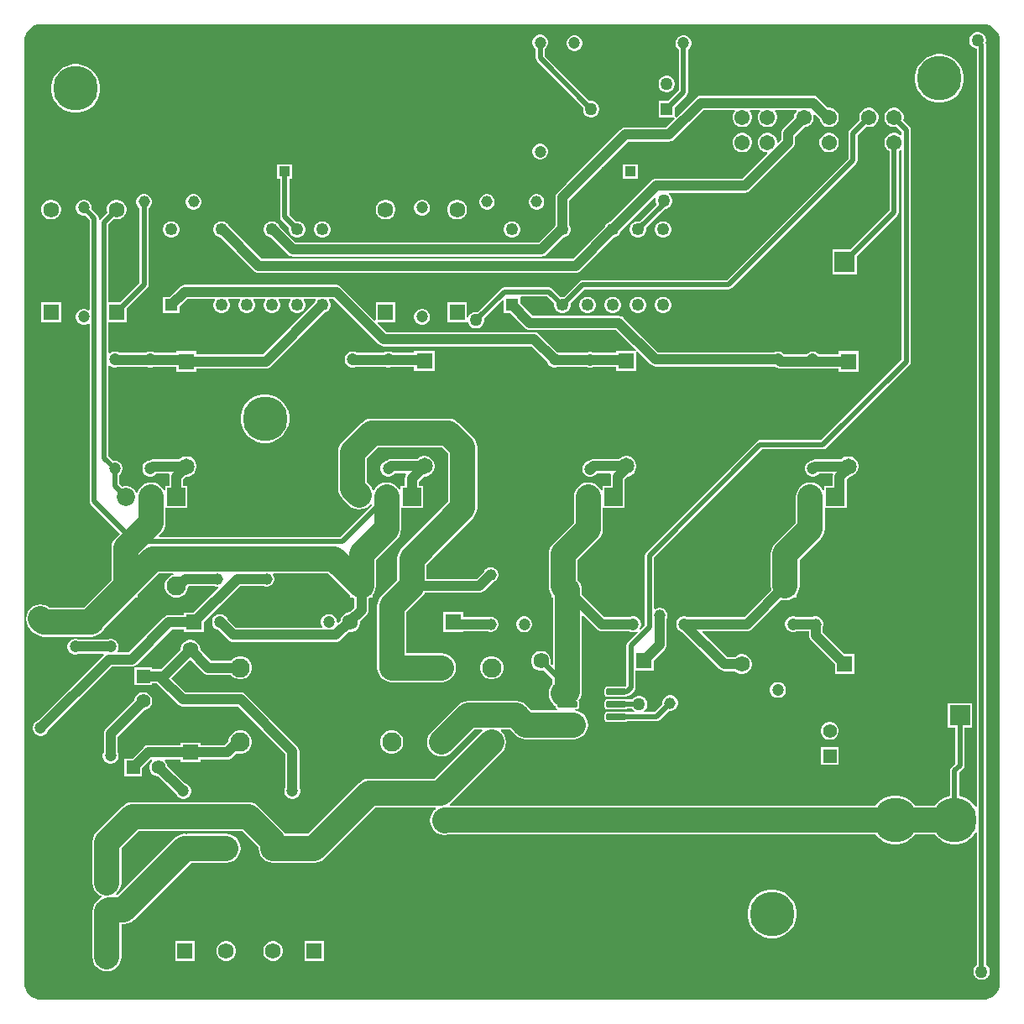
<source format=gtl>
G04*
G04 #@! TF.GenerationSoftware,Altium Limited,Altium Designer,23.8.1 (32)*
G04*
G04 Layer_Physical_Order=1*
G04 Layer_Color=255*
%FSLAX25Y25*%
%MOIN*%
G70*
G04*
G04 #@! TF.SameCoordinates,CA3F4A39-35F6-43B6-803E-031CCE665758*
G04*
G04*
G04 #@! TF.FilePolarity,Positive*
G04*
G01*
G75*
G04:AMPARAMS|DCode=16|XSize=77.56mil|YSize=23.62mil|CornerRadius=2.95mil|HoleSize=0mil|Usage=FLASHONLY|Rotation=0.000|XOffset=0mil|YOffset=0mil|HoleType=Round|Shape=RoundedRectangle|*
%AMROUNDEDRECTD16*
21,1,0.07756,0.01772,0,0,0.0*
21,1,0.07165,0.02362,0,0,0.0*
1,1,0.00591,0.03583,-0.00886*
1,1,0.00591,-0.03583,-0.00886*
1,1,0.00591,-0.03583,0.00886*
1,1,0.00591,0.03583,0.00886*
%
%ADD16ROUNDEDRECTD16*%
%ADD20C,0.07500*%
%ADD45C,0.03937*%
%ADD46C,0.09843*%
%ADD47C,0.01968*%
%ADD48C,0.04724*%
%ADD49C,0.06083*%
%ADD50R,0.05512X0.05512*%
%ADD51C,0.05512*%
%ADD52R,0.05512X0.05512*%
%ADD53C,0.04528*%
%ADD54C,0.07677*%
%ADD55R,0.06260X0.06260*%
%ADD56C,0.06260*%
%ADD57R,0.06496X0.06496*%
%ADD58C,0.06496*%
%ADD59C,0.07638*%
%ADD60R,0.07638X0.07638*%
%ADD61R,0.07264X0.07264*%
%ADD62C,0.07264*%
%ADD63R,0.04331X0.04331*%
%ADD64C,0.04331*%
%ADD65R,0.08268X0.08268*%
%ADD66C,0.08268*%
%ADD67R,0.06260X0.06260*%
%ADD68C,0.17717*%
%ADD69C,0.04961*%
%ADD70R,0.04961X0.04961*%
%ADD71R,0.04921X0.04921*%
%ADD72C,0.04921*%
%ADD73R,0.08268X0.08268*%
%ADD74C,0.01968*%
%ADD75C,0.05000*%
G36*
X480700Y538975D02*
X481959Y538593D01*
X483120Y537973D01*
X484138Y537138D01*
X484973Y536120D01*
X485593Y534959D01*
X485975Y533700D01*
X486103Y532406D01*
X486100Y532390D01*
Y158374D01*
X486103Y158358D01*
X485975Y157064D01*
X485593Y155804D01*
X484973Y154644D01*
X484138Y153626D01*
X483120Y152791D01*
X481959Y152171D01*
X480700Y151788D01*
X479406Y151661D01*
X479390Y151664D01*
X105374D01*
X105358Y151661D01*
X104064Y151788D01*
X102804Y152171D01*
X101644Y152791D01*
X100626Y153626D01*
X99791Y154644D01*
X99171Y155804D01*
X98788Y157064D01*
X98661Y158358D01*
X98664Y158374D01*
Y532390D01*
X98661Y532406D01*
X98788Y533700D01*
X99171Y534959D01*
X99791Y536120D01*
X100626Y537138D01*
X101644Y537973D01*
X102804Y538593D01*
X104064Y538975D01*
X105358Y539103D01*
X105374Y539100D01*
X479390D01*
X479406Y539103D01*
X480700Y538975D01*
D02*
G37*
%LPC*%
G36*
X317507Y534650D02*
X316678D01*
X315877Y534435D01*
X315158Y534020D01*
X314572Y533434D01*
X314157Y532716D01*
X313943Y531915D01*
Y531085D01*
X314157Y530284D01*
X314572Y529566D01*
X315158Y528980D01*
X315877Y528565D01*
X316678Y528350D01*
X317507D01*
X318308Y528565D01*
X319026Y528980D01*
X319613Y529566D01*
X320027Y530284D01*
X320242Y531085D01*
Y531915D01*
X320027Y532716D01*
X319613Y533434D01*
X319026Y534020D01*
X318308Y534435D01*
X317507Y534650D01*
D02*
G37*
G36*
X354176Y518568D02*
X353315D01*
X352484Y518345D01*
X351739Y517915D01*
X351131Y517306D01*
X350701Y516561D01*
X350478Y515730D01*
Y514870D01*
X350701Y514039D01*
X351131Y513294D01*
X351739Y512685D01*
X352484Y512255D01*
X353315Y512032D01*
X354176D01*
X355007Y512255D01*
X355752Y512685D01*
X356360Y513294D01*
X356791Y514039D01*
X357013Y514870D01*
Y515730D01*
X356791Y516561D01*
X356360Y517306D01*
X355752Y517915D01*
X355007Y518345D01*
X354176Y518568D01*
D02*
G37*
G36*
X462950Y527146D02*
X461050D01*
X459187Y526775D01*
X457431Y526048D01*
X455851Y524992D01*
X454508Y523649D01*
X453452Y522069D01*
X452725Y520314D01*
X452354Y518450D01*
Y516550D01*
X452725Y514686D01*
X453452Y512931D01*
X454508Y511351D01*
X455851Y510008D01*
X457431Y508952D01*
X459187Y508225D01*
X461050Y507854D01*
X462950D01*
X464814Y508225D01*
X466569Y508952D01*
X468149Y510008D01*
X469492Y511351D01*
X470548Y512931D01*
X471275Y514686D01*
X471646Y516550D01*
Y518450D01*
X471275Y520314D01*
X470548Y522069D01*
X469492Y523649D01*
X468149Y524992D01*
X466569Y526048D01*
X464814Y526775D01*
X462950Y527146D01*
D02*
G37*
G36*
X119950Y523146D02*
X118050D01*
X116186Y522775D01*
X114431Y522048D01*
X112851Y520992D01*
X111508Y519649D01*
X110452Y518069D01*
X109725Y516314D01*
X109354Y514450D01*
Y512550D01*
X109725Y510686D01*
X110452Y508931D01*
X111508Y507351D01*
X112851Y506008D01*
X114431Y504952D01*
X116186Y504225D01*
X118050Y503854D01*
X119950D01*
X121813Y504225D01*
X123569Y504952D01*
X125149Y506008D01*
X126492Y507351D01*
X127548Y508931D01*
X128275Y510686D01*
X128646Y512550D01*
Y514450D01*
X128275Y516314D01*
X127548Y518069D01*
X126492Y519649D01*
X125149Y520992D01*
X123569Y522048D01*
X121813Y522775D01*
X119950Y523146D01*
D02*
G37*
G36*
X303915Y534903D02*
X303085D01*
X302284Y534689D01*
X301566Y534274D01*
X300980Y533687D01*
X300565Y532969D01*
X300350Y532168D01*
Y531339D01*
X300565Y530538D01*
X300980Y529820D01*
X301566Y529233D01*
X301694Y529160D01*
Y525546D01*
X301831Y524854D01*
X302223Y524268D01*
X320538Y505953D01*
X320478Y505730D01*
Y504870D01*
X320701Y504039D01*
X321131Y503294D01*
X321739Y502685D01*
X322484Y502255D01*
X323315Y502032D01*
X324176D01*
X325007Y502255D01*
X325752Y502685D01*
X326360Y503294D01*
X326791Y504039D01*
X327013Y504870D01*
Y505730D01*
X326791Y506561D01*
X326360Y507306D01*
X325752Y507915D01*
X325007Y508345D01*
X324176Y508568D01*
X323315D01*
X323092Y508508D01*
X305306Y526294D01*
Y529160D01*
X305434Y529233D01*
X306020Y529820D01*
X306435Y530538D01*
X306650Y531339D01*
Y532168D01*
X306435Y532969D01*
X306020Y533687D01*
X305434Y534274D01*
X304716Y534689D01*
X303915Y534903D01*
D02*
G37*
G36*
X434520Y505829D02*
X433512D01*
X432538Y505568D01*
X431665Y505064D01*
X430952Y504351D01*
X430448Y503478D01*
X430187Y502504D01*
Y501496D01*
X430350Y500889D01*
X426523Y497061D01*
X426131Y496476D01*
X425994Y495784D01*
Y485648D01*
X377652Y437306D01*
X320300D01*
X319609Y437169D01*
X319023Y436777D01*
X312937Y430692D01*
X312728Y430748D01*
X311872D01*
X311663Y430692D01*
X308377Y433977D01*
X307791Y434369D01*
X307100Y434506D01*
X289200D01*
X288509Y434369D01*
X287923Y433977D01*
X278669Y424724D01*
X278433Y424787D01*
X277567D01*
X276731Y424563D01*
X275981Y424131D01*
X275369Y423519D01*
X274937Y422769D01*
X274917Y422697D01*
X274417Y422763D01*
Y428524D01*
X266583D01*
Y420689D01*
X274296D01*
X274417Y420689D01*
X274854Y420538D01*
X274937Y420231D01*
X275369Y419482D01*
X275981Y418869D01*
X276731Y418437D01*
X277567Y418213D01*
X278433D01*
X279269Y418437D01*
X280018Y418869D01*
X280631Y419482D01*
X281063Y420231D01*
X281287Y421067D01*
Y421933D01*
X281224Y422169D01*
X288590Y429535D01*
X289052Y429344D01*
Y424252D01*
X291617D01*
X297434Y418434D01*
X298010Y417993D01*
X298681Y417715D01*
X299400Y417620D01*
X333649D01*
X341521Y409748D01*
X341314Y409248D01*
X333665D01*
Y408531D01*
X324824D01*
X324555Y408686D01*
X323754Y408901D01*
X322924D01*
X322124Y408686D01*
X321855Y408531D01*
X310790D01*
X310391Y408761D01*
X310091Y408842D01*
X303067Y415866D01*
X302491Y416307D01*
X301821Y416585D01*
X301102Y416680D01*
X242451D01*
X238904Y420227D01*
X239095Y420689D01*
X246017D01*
Y428524D01*
X238183D01*
Y421602D01*
X237721Y421410D01*
X224449Y434682D01*
X223873Y435124D01*
X223203Y435402D01*
X222483Y435496D01*
X162217D01*
X161497Y435402D01*
X160827Y435124D01*
X160251Y434682D01*
X156317Y430748D01*
X153752D01*
Y424252D01*
X160248D01*
Y426817D01*
X163368Y429937D01*
X174218D01*
X174222Y429926D01*
X174368Y429437D01*
X173973Y428754D01*
X173752Y427928D01*
Y427072D01*
X173973Y426246D01*
X174401Y425506D01*
X175006Y424901D01*
X175746Y424473D01*
X176572Y424252D01*
X177428D01*
X178254Y424473D01*
X178994Y424901D01*
X179599Y425506D01*
X180027Y426246D01*
X180248Y427072D01*
Y427928D01*
X180027Y428754D01*
X179632Y429437D01*
X179778Y429926D01*
X179782Y429937D01*
X184218D01*
X184222Y429926D01*
X184368Y429437D01*
X183973Y428754D01*
X183752Y427928D01*
Y427072D01*
X183973Y426246D01*
X184401Y425506D01*
X185006Y424901D01*
X185746Y424473D01*
X186572Y424252D01*
X187428D01*
X188254Y424473D01*
X188994Y424901D01*
X189599Y425506D01*
X190027Y426246D01*
X190248Y427072D01*
Y427928D01*
X190027Y428754D01*
X189632Y429437D01*
X189778Y429926D01*
X189782Y429937D01*
X194218D01*
X194222Y429926D01*
X194368Y429437D01*
X193973Y428754D01*
X193752Y427928D01*
Y427072D01*
X193973Y426246D01*
X194401Y425506D01*
X195006Y424901D01*
X195746Y424473D01*
X196572Y424252D01*
X197428D01*
X198254Y424473D01*
X198994Y424901D01*
X199599Y425506D01*
X200027Y426246D01*
X200248Y427072D01*
Y427928D01*
X200027Y428754D01*
X199632Y429437D01*
X199778Y429926D01*
X199782Y429937D01*
X204218D01*
X204222Y429926D01*
X204368Y429437D01*
X203973Y428754D01*
X203752Y427928D01*
Y427072D01*
X203973Y426246D01*
X204401Y425506D01*
X205006Y424901D01*
X205746Y424473D01*
X206572Y424252D01*
X207428D01*
X208254Y424473D01*
X208994Y424901D01*
X209599Y425506D01*
X210027Y426246D01*
X210248Y427072D01*
Y427928D01*
X210027Y428754D01*
X209632Y429437D01*
X209778Y429926D01*
X209782Y429937D01*
X214218D01*
X214222Y429926D01*
X214368Y429437D01*
X213973Y428754D01*
X213845Y428276D01*
X193463Y407894D01*
X167035D01*
Y409150D01*
X158965D01*
Y408531D01*
X150395D01*
X149865Y408837D01*
X149064Y409051D01*
X148235D01*
X147434Y408837D01*
X146904Y408531D01*
X136246D01*
X135716Y408837D01*
X134915Y409051D01*
X134085D01*
X133284Y408837D01*
X132606Y408445D01*
X132324Y408522D01*
X132106Y408612D01*
Y420689D01*
X139177D01*
Y425969D01*
X147435Y434227D01*
X147826Y434813D01*
X147964Y435504D01*
Y466020D01*
X148031Y466058D01*
X148599Y466627D01*
X149001Y467322D01*
X149209Y468098D01*
Y468902D01*
X149001Y469678D01*
X148599Y470373D01*
X148031Y470942D01*
X147335Y471343D01*
X146559Y471551D01*
X145756D01*
X144980Y471343D01*
X144284Y470942D01*
X143716Y470373D01*
X143314Y469678D01*
X143106Y468902D01*
Y468098D01*
X143314Y467322D01*
X143716Y466627D01*
X144284Y466058D01*
X144351Y466020D01*
Y436252D01*
X136623Y428524D01*
X132106D01*
Y459686D01*
X134076Y461656D01*
X134744Y461477D01*
X135775D01*
X136772Y461743D01*
X137665Y462259D01*
X138394Y462989D01*
X138910Y463882D01*
X139177Y464878D01*
Y465909D01*
X138910Y466906D01*
X138394Y467799D01*
X137665Y468528D01*
X136772Y469044D01*
X135775Y469311D01*
X134744D01*
X133748Y469044D01*
X132854Y468528D01*
X132125Y467799D01*
X131609Y466906D01*
X131342Y465909D01*
Y464878D01*
X131521Y464210D01*
X129023Y461711D01*
X128706Y461238D01*
X128206Y461358D01*
Y462013D01*
X128069Y462705D01*
X127677Y463291D01*
X125371Y465597D01*
X125409Y465739D01*
Y466568D01*
X125195Y467369D01*
X124780Y468087D01*
X124194Y468674D01*
X123476Y469089D01*
X122675Y469303D01*
X121845D01*
X121044Y469089D01*
X120326Y468674D01*
X119739Y468087D01*
X119325Y467369D01*
X119110Y466568D01*
Y465739D01*
X119325Y464938D01*
X119739Y464220D01*
X120326Y463633D01*
X121044Y463219D01*
X121845Y463004D01*
X122675D01*
X122817Y463042D01*
X124594Y461265D01*
Y425604D01*
X124094Y425424D01*
X123476Y425781D01*
X122675Y425996D01*
X121845D01*
X121044Y425781D01*
X120326Y425367D01*
X119739Y424780D01*
X119325Y424062D01*
X119110Y423261D01*
Y422432D01*
X119325Y421631D01*
X119739Y420913D01*
X120326Y420326D01*
X121044Y419911D01*
X121845Y419697D01*
X122675D01*
X123476Y419911D01*
X124094Y420268D01*
X124594Y420088D01*
Y349600D01*
X124731Y348909D01*
X125123Y348323D01*
X136652Y336793D01*
X134929Y335069D01*
X134013Y333877D01*
X133438Y332488D01*
X133242Y330998D01*
Y318350D01*
X122150Y307258D01*
X108738D01*
X107979Y307840D01*
X106590Y308415D01*
X105100Y308611D01*
X103610Y308415D01*
X102221Y307840D01*
X101029Y306925D01*
X100113Y305733D01*
X99538Y304344D01*
X99342Y302854D01*
X99538Y301363D01*
X100113Y299975D01*
X101029Y298782D01*
X102382Y297428D01*
X103575Y296514D01*
X104963Y295938D01*
X106454Y295742D01*
X125213D01*
X126703Y295938D01*
X128092Y296514D01*
X129284Y297428D01*
X130199Y298621D01*
X130482Y299303D01*
X142537Y311358D01*
X143606D01*
Y312428D01*
X152093Y320915D01*
X157744D01*
X157810Y320414D01*
X157222Y320257D01*
X156172Y319651D01*
X155314Y318793D01*
X154708Y317743D01*
X154394Y316571D01*
Y315358D01*
X154708Y314187D01*
X155314Y313136D01*
X156172Y312279D01*
X157222Y311672D01*
X158394Y311358D01*
X159606D01*
X160778Y311672D01*
X161828Y312279D01*
X162686Y313136D01*
X163292Y314187D01*
X163606Y315358D01*
Y315638D01*
X163888Y315920D01*
X173870D01*
X173980Y315857D01*
X174756Y315649D01*
X175511D01*
X175608Y315531D01*
X175752Y315183D01*
X165986Y305417D01*
X162083D01*
Y304280D01*
X156053D01*
X155333Y304185D01*
X154663Y303907D01*
X154087Y303466D01*
X140137Y289515D01*
X135652D01*
X135475Y290015D01*
X135835Y290638D01*
X136050Y291439D01*
Y292268D01*
X135835Y293069D01*
X135420Y293788D01*
X134834Y294374D01*
X134116Y294789D01*
X133315Y295003D01*
X132485D01*
X131684Y294789D01*
X131415Y294633D01*
X120385D01*
X120116Y294789D01*
X119315Y295003D01*
X118485D01*
X117684Y294789D01*
X116966Y294374D01*
X116380Y293788D01*
X115965Y293069D01*
X115750Y292268D01*
Y291439D01*
X115965Y290638D01*
X116380Y289920D01*
X116966Y289333D01*
X117684Y288919D01*
X118485Y288704D01*
X119315D01*
X120116Y288919D01*
X120385Y289074D01*
X130017D01*
X130196Y288574D01*
X104184Y262562D01*
X103884Y262481D01*
X103166Y262067D01*
X102580Y261480D01*
X102165Y260762D01*
X101950Y259961D01*
Y259132D01*
X102165Y258331D01*
X102580Y257612D01*
X103166Y257026D01*
X103884Y256611D01*
X104685Y256397D01*
X105515D01*
X106316Y256611D01*
X107034Y257026D01*
X107620Y257612D01*
X108035Y258331D01*
X108115Y258631D01*
X133440Y283956D01*
X141288D01*
X142007Y284050D01*
X142678Y284328D01*
X143254Y284770D01*
X157204Y298720D01*
X162083D01*
Y297583D01*
X169917D01*
Y301486D01*
X184351Y315920D01*
X193555D01*
X193665Y315857D01*
X194441Y315649D01*
X195244D01*
X196020Y315857D01*
X196716Y316258D01*
X197284Y316827D01*
X197686Y317522D01*
X197894Y318298D01*
Y319102D01*
X197686Y319878D01*
X197376Y320414D01*
X197599Y320915D01*
X219407D01*
X227894Y312428D01*
Y311358D01*
X229126D01*
X229621Y310978D01*
X229720Y310937D01*
Y307392D01*
X227845Y305516D01*
X227591D01*
X226594Y305249D01*
X225701Y304733D01*
X224972Y304004D01*
X224456Y303110D01*
X224235Y302287D01*
X223250Y301301D01*
X222750Y301508D01*
Y302013D01*
X222535Y302814D01*
X222120Y303532D01*
X221534Y304119D01*
X220816Y304533D01*
X220015Y304748D01*
X219185D01*
X218384Y304533D01*
X217666Y304119D01*
X217080Y303532D01*
X216665Y302814D01*
X216450Y302013D01*
Y301184D01*
X216665Y300383D01*
X217024Y299760D01*
X216848Y299260D01*
X182775D01*
X179230Y302805D01*
X179228Y302814D01*
X178813Y303532D01*
X178227Y304119D01*
X177509Y304533D01*
X176708Y304748D01*
X175878D01*
X175077Y304533D01*
X174359Y304119D01*
X173773Y303532D01*
X173358Y302814D01*
X173143Y302013D01*
Y301184D01*
X173358Y300383D01*
X173773Y299664D01*
X174359Y299078D01*
X175077Y298663D01*
X175668Y298505D01*
X179659Y294515D01*
X180234Y294073D01*
X180234Y294073D01*
X180905Y293795D01*
X181624Y293701D01*
X222360D01*
X223079Y293795D01*
X223749Y294073D01*
X224325Y294515D01*
X227512Y297702D01*
X227591Y297681D01*
X228622D01*
X229618Y297948D01*
X230512Y298464D01*
X231241Y299193D01*
X231757Y300086D01*
X232024Y301083D01*
Y301833D01*
X234466Y304275D01*
X234707Y304589D01*
X234907Y304850D01*
X235185Y305521D01*
X235280Y306240D01*
Y310937D01*
X235379Y310978D01*
X235875Y311358D01*
X237106D01*
Y312590D01*
X237487Y313086D01*
X238062Y314474D01*
X238258Y315965D01*
Y326221D01*
X246571Y334535D01*
X247486Y335727D01*
X248062Y337116D01*
X248258Y338606D01*
Y346829D01*
X256919D01*
Y355667D01*
X255280D01*
Y357329D01*
X257396Y359445D01*
X258031D01*
X259058Y359720D01*
X259978Y360251D01*
X260729Y361003D01*
X261260Y361923D01*
X261535Y362949D01*
Y364012D01*
X261260Y365038D01*
X260729Y365958D01*
X259978Y366709D01*
X259058Y367241D01*
X258031Y367516D01*
X256969D01*
X255942Y367241D01*
X255022Y366709D01*
X254573Y366260D01*
X244249D01*
X243529Y366165D01*
X242859Y365888D01*
X242637Y365718D01*
X241934Y365529D01*
X241216Y365115D01*
X240629Y364528D01*
X240215Y363810D01*
X240000Y363009D01*
Y362180D01*
X240215Y361379D01*
X240629Y360661D01*
X241216Y360074D01*
X241934Y359659D01*
X242735Y359445D01*
X243564D01*
X244365Y359659D01*
X245083Y360074D01*
X245670Y360661D01*
X245693Y360701D01*
X250100D01*
X250346Y360201D01*
X250093Y359870D01*
X249815Y359200D01*
X249720Y358480D01*
Y355667D01*
X248081D01*
Y353999D01*
X247581Y353900D01*
X247486Y354127D01*
X246571Y355319D01*
X245379Y356235D01*
X243990Y356810D01*
X242500Y357006D01*
X241010Y356810D01*
X239621Y356235D01*
X238428Y355319D01*
X237513Y354127D01*
X236973Y354128D01*
X236611Y355003D01*
X235696Y356195D01*
X234758Y357133D01*
Y362594D01*
Y366715D01*
X238985Y370942D01*
X264649D01*
X267042Y368549D01*
Y349485D01*
X248429Y330872D01*
X247514Y329679D01*
X246938Y328290D01*
X246742Y326800D01*
Y318350D01*
X240425Y312033D01*
X239510Y310840D01*
X238935Y309452D01*
X238739Y307961D01*
Y283464D01*
X238935Y281974D01*
X239510Y280585D01*
X240425Y279392D01*
X241618Y278477D01*
X243006Y277902D01*
X244497Y277706D01*
X264339D01*
X265830Y277902D01*
X267218Y278477D01*
X268411Y279392D01*
X269326Y280585D01*
X269901Y281974D01*
X270097Y283464D01*
X269901Y284954D01*
X269326Y286343D01*
X268411Y287535D01*
X267218Y288450D01*
X265830Y289025D01*
X264339Y289222D01*
X250255D01*
Y305576D01*
X256572Y311893D01*
X257487Y313086D01*
X257528Y313185D01*
X279362D01*
X280082Y313280D01*
X280752Y313557D01*
X281328Y313999D01*
X284737Y317408D01*
X285078Y317499D01*
X285773Y317901D01*
X286342Y318469D01*
X286743Y319165D01*
X286951Y319941D01*
Y320744D01*
X286743Y321520D01*
X286342Y322216D01*
X285773Y322784D01*
X285078Y323186D01*
X284302Y323394D01*
X283498D01*
X282722Y323186D01*
X282027Y322784D01*
X281458Y322216D01*
X281152Y321686D01*
X278211Y318744D01*
X258258D01*
Y324415D01*
X276871Y343028D01*
X277786Y344221D01*
X278362Y345610D01*
X278558Y347100D01*
Y370934D01*
X278362Y372425D01*
X277786Y373813D01*
X276871Y375006D01*
X271106Y380771D01*
X269913Y381686D01*
X268525Y382262D01*
X267034Y382458D01*
X236600D01*
X235110Y382262D01*
X233721Y381686D01*
X232528Y380771D01*
X224928Y373171D01*
X224013Y371979D01*
X223438Y370590D01*
X223242Y369100D01*
Y362594D01*
Y354748D01*
X223438Y353258D01*
X224013Y351869D01*
X224928Y350676D01*
X227553Y348053D01*
X228745Y347137D01*
X230134Y346562D01*
X231624Y346366D01*
X233114Y346562D01*
X234503Y347137D01*
X235696Y348053D01*
X236242Y348765D01*
X236742Y348595D01*
Y348045D01*
X224104Y335406D01*
X152205D01*
X152014Y335868D01*
X153071Y336926D01*
X153987Y338119D01*
X154562Y339507D01*
X154758Y340998D01*
Y346829D01*
X163419D01*
Y355667D01*
X161780D01*
Y358230D01*
X162896Y359346D01*
X163531D01*
X164558Y359621D01*
X165478Y360153D01*
X166229Y360904D01*
X166760Y361824D01*
X167035Y362850D01*
Y363913D01*
X166760Y364939D01*
X166229Y365860D01*
X165478Y366611D01*
X164558Y367142D01*
X163531Y367417D01*
X162469D01*
X161442Y367142D01*
X160522Y366611D01*
X160073Y366161D01*
X149650D01*
X148931Y366067D01*
X148260Y365789D01*
X148183Y365730D01*
X147434Y365529D01*
X146716Y365115D01*
X146129Y364528D01*
X145715Y363810D01*
X145500Y363009D01*
Y362180D01*
X145715Y361379D01*
X146129Y360661D01*
X146716Y360074D01*
X147434Y359659D01*
X148235Y359445D01*
X149064D01*
X149865Y359659D01*
X150584Y360074D01*
X151111Y360602D01*
X156072D01*
X156350Y360186D01*
X156315Y360101D01*
X156220Y359382D01*
Y355667D01*
X154581D01*
Y353999D01*
X154081Y353900D01*
X153987Y354127D01*
X153071Y355319D01*
X151879Y356235D01*
X150490Y356810D01*
X149000Y357006D01*
X147510Y356810D01*
X146121Y356235D01*
X144929Y355319D01*
X144014Y354127D01*
X143588Y353100D01*
X143469Y353063D01*
X143041Y353087D01*
X142536Y353961D01*
X141714Y354784D01*
X140706Y355366D01*
X139582Y355667D01*
X138418D01*
X137406Y355396D01*
X136306Y356496D01*
Y360000D01*
X136434Y360074D01*
X137020Y360661D01*
X137435Y361379D01*
X137650Y362180D01*
Y363009D01*
X137435Y363810D01*
X137020Y364528D01*
X136434Y365115D01*
X135716Y365529D01*
X134915Y365744D01*
X134085D01*
X133943Y365706D01*
X132106Y367543D01*
Y403191D01*
X132324Y403281D01*
X132606Y403358D01*
X133284Y402967D01*
X134085Y402752D01*
X134915D01*
X135716Y402967D01*
X135724Y402971D01*
X147426D01*
X147434Y402967D01*
X148235Y402752D01*
X149064D01*
X149865Y402967D01*
X149873Y402971D01*
X158965D01*
Y401079D01*
X167035D01*
Y402334D01*
X194614D01*
X195334Y402429D01*
X196004Y402707D01*
X196580Y403149D01*
X217776Y424345D01*
X218254Y424473D01*
X218994Y424901D01*
X219599Y425506D01*
X220027Y426246D01*
X220248Y427072D01*
Y427928D01*
X220027Y428754D01*
X219632Y429437D01*
X219778Y429926D01*
X219782Y429937D01*
X221332D01*
X239335Y411935D01*
X239910Y411493D01*
X240581Y411215D01*
X241300Y411120D01*
X299950D01*
X306160Y404911D01*
X306240Y404610D01*
X306655Y403892D01*
X307242Y403306D01*
X307960Y402891D01*
X308761Y402677D01*
X309590D01*
X310391Y402891D01*
X310530Y402971D01*
X321855D01*
X322124Y402816D01*
X322924Y402601D01*
X323754D01*
X324555Y402816D01*
X324824Y402971D01*
X333665D01*
Y401177D01*
X341735D01*
Y408826D01*
X342235Y409034D01*
X347333Y403936D01*
X347909Y403494D01*
X348579Y403217D01*
X349299Y403122D01*
X396415D01*
X396684Y402967D01*
X397434Y402766D01*
X397511Y402707D01*
X398181Y402429D01*
X398900Y402334D01*
X421865D01*
Y401079D01*
X429935D01*
Y409150D01*
X421865D01*
Y407894D01*
X414211D01*
X413683Y408422D01*
X412965Y408837D01*
X412164Y409051D01*
X411335D01*
X410534Y408837D01*
X409815Y408422D01*
X409287Y407894D01*
X400362D01*
X399834Y408422D01*
X399116Y408837D01*
X398315Y409051D01*
X397485D01*
X396684Y408837D01*
X396415Y408681D01*
X350450D01*
X336766Y422366D01*
X336190Y422807D01*
X335520Y423085D01*
X334800Y423180D01*
X300551D01*
X295548Y428183D01*
Y430748D01*
X295988Y430894D01*
X306352D01*
X309108Y428137D01*
X309052Y427928D01*
Y427072D01*
X309273Y426246D01*
X309701Y425506D01*
X310306Y424901D01*
X311046Y424473D01*
X311872Y424252D01*
X312728D01*
X313554Y424473D01*
X314294Y424901D01*
X314899Y425506D01*
X315327Y426246D01*
X315548Y427072D01*
Y427928D01*
X315492Y428137D01*
X321048Y433694D01*
X378400D01*
X379091Y433831D01*
X379677Y434223D01*
X429077Y483623D01*
X429469Y484209D01*
X429606Y484900D01*
Y495036D01*
X432904Y498334D01*
X433512Y498171D01*
X434520D01*
X435494Y498432D01*
X436367Y498936D01*
X437080Y499649D01*
X437584Y500522D01*
X437845Y501496D01*
Y502504D01*
X437584Y503478D01*
X437080Y504351D01*
X436367Y505064D01*
X435494Y505568D01*
X434520Y505829D01*
D02*
G37*
G36*
X360814Y534650D02*
X359984D01*
X359184Y534435D01*
X358465Y534020D01*
X357879Y533434D01*
X357464Y532716D01*
X357250Y531915D01*
Y531085D01*
X357464Y530284D01*
X357879Y529566D01*
X358465Y528980D01*
X358593Y528906D01*
Y512702D01*
X354459Y508568D01*
X350478D01*
Y502032D01*
X356579D01*
X356794Y502032D01*
X357001Y501532D01*
X353416Y497948D01*
X337287D01*
X336567Y497853D01*
X335897Y497575D01*
X335321Y497133D01*
X310334Y472147D01*
X309893Y471571D01*
X309615Y470900D01*
X309520Y470181D01*
Y459181D01*
X309273Y458754D01*
X309243Y458640D01*
X302882Y452280D01*
X206418D01*
X200057Y458640D01*
X200027Y458754D01*
X199599Y459494D01*
X198994Y460099D01*
X198254Y460527D01*
X197428Y460748D01*
X196572D01*
X195746Y460527D01*
X195006Y460099D01*
X194401Y459494D01*
X193973Y458754D01*
X193752Y457928D01*
Y457072D01*
X193973Y456246D01*
X194401Y455506D01*
X195006Y454901D01*
X195746Y454473D01*
X196572Y454252D01*
X196583D01*
X203301Y447535D01*
X203877Y447093D01*
X204547Y446815D01*
X205266Y446720D01*
X304034D01*
X304753Y446815D01*
X305423Y447093D01*
X305999Y447535D01*
X312717Y454252D01*
X312728D01*
X313554Y454473D01*
X314294Y454901D01*
X314899Y455506D01*
X315327Y456246D01*
X315548Y457072D01*
Y457928D01*
X315327Y458754D01*
X315080Y459181D01*
Y469030D01*
X338438Y492388D01*
X354568D01*
X355287Y492483D01*
X355958Y492761D01*
X356533Y493202D01*
X368349Y505018D01*
X380713D01*
X380905Y504556D01*
X380700Y504351D01*
X380196Y503478D01*
X379935Y502504D01*
Y501496D01*
X380196Y500522D01*
X380700Y499649D01*
X381413Y498936D01*
X382286Y498432D01*
X383260Y498171D01*
X384268D01*
X385242Y498432D01*
X386115Y498936D01*
X386828Y499649D01*
X387332Y500522D01*
X387593Y501496D01*
Y502504D01*
X387332Y503478D01*
X386828Y504351D01*
X386623Y504556D01*
X386814Y505018D01*
X390713D01*
X390905Y504556D01*
X390700Y504351D01*
X390196Y503478D01*
X389935Y502504D01*
Y501496D01*
X390196Y500522D01*
X390700Y499649D01*
X391413Y498936D01*
X392286Y498432D01*
X393260Y498171D01*
X394268D01*
X395242Y498432D01*
X396115Y498936D01*
X396828Y499649D01*
X397332Y500522D01*
X397592Y501496D01*
Y502504D01*
X397332Y503478D01*
X396828Y504351D01*
X396623Y504556D01*
X396814Y505018D01*
X405217D01*
X405409Y504556D01*
X405204Y504351D01*
X404700Y503478D01*
X404439Y502504D01*
Y501963D01*
X400046Y497569D01*
X399604Y496994D01*
X399326Y496323D01*
X399232Y495604D01*
Y493200D01*
X398055Y492023D01*
X397592Y492214D01*
Y492504D01*
X397332Y493478D01*
X396828Y494351D01*
X396115Y495064D01*
X395242Y495568D01*
X394268Y495829D01*
X393260D01*
X392286Y495568D01*
X391413Y495064D01*
X390700Y494351D01*
X390196Y493478D01*
X389935Y492504D01*
Y491496D01*
X390196Y490522D01*
X390700Y489649D01*
X391413Y488936D01*
X392286Y488432D01*
X393260Y488171D01*
X393549D01*
X393741Y487709D01*
X383679Y477648D01*
X349669D01*
X348949Y477554D01*
X348279Y477276D01*
X347703Y476834D01*
X331523Y460654D01*
X331046Y460527D01*
X330306Y460099D01*
X329701Y459494D01*
X329273Y458754D01*
X329243Y458640D01*
X316482Y445880D01*
X192818D01*
X180057Y458640D01*
X180027Y458754D01*
X179599Y459494D01*
X178994Y460099D01*
X178254Y460527D01*
X177428Y460748D01*
X176572D01*
X175746Y460527D01*
X175006Y460099D01*
X174401Y459494D01*
X173973Y458754D01*
X173752Y457928D01*
Y457072D01*
X173973Y456246D01*
X174401Y455506D01*
X175006Y454901D01*
X175746Y454473D01*
X176572Y454252D01*
X176583D01*
X189701Y441135D01*
X190277Y440693D01*
X190947Y440415D01*
X191666Y440320D01*
X317634D01*
X318353Y440415D01*
X319023Y440693D01*
X319599Y441135D01*
X332717Y454252D01*
X332728D01*
X333554Y454473D01*
X334294Y454901D01*
X334899Y455506D01*
X335327Y456246D01*
X335455Y456723D01*
X348992Y470261D01*
X349439Y470000D01*
X349249Y469293D01*
Y468427D01*
X349473Y467591D01*
X349606Y467361D01*
X342937Y460692D01*
X342728Y460748D01*
X341872D01*
X341046Y460527D01*
X340306Y460099D01*
X339701Y459494D01*
X339273Y458754D01*
X339052Y457928D01*
Y457072D01*
X339273Y456246D01*
X339701Y455506D01*
X340306Y454901D01*
X341046Y454473D01*
X341872Y454252D01*
X342728D01*
X343554Y454473D01*
X344294Y454901D01*
X344899Y455506D01*
X345327Y456246D01*
X345548Y457072D01*
Y457928D01*
X345492Y458137D01*
X352927Y465573D01*
X352969D01*
X353805Y465797D01*
X354555Y466230D01*
X355167Y466842D01*
X355600Y467591D01*
X355824Y468427D01*
Y469293D01*
X355600Y470129D01*
X355167Y470879D01*
X354555Y471491D01*
X354385Y471589D01*
X354519Y472089D01*
X384831D01*
X385550Y472184D01*
X386221Y472461D01*
X386796Y472903D01*
X403977Y490083D01*
X404419Y490659D01*
X404696Y491329D01*
X404791Y492049D01*
Y494452D01*
X408510Y498171D01*
X408772D01*
X409746Y498432D01*
X410619Y498936D01*
X411332Y499649D01*
X411836Y500522D01*
X412097Y501496D01*
Y502504D01*
X411932Y503117D01*
X412381Y503375D01*
X414504Y501252D01*
X414700Y500522D01*
X415204Y499649D01*
X415917Y498936D01*
X416790Y498432D01*
X417764Y498171D01*
X418772D01*
X419746Y498432D01*
X420619Y498936D01*
X421332Y499649D01*
X421836Y500522D01*
X422096Y501496D01*
Y502504D01*
X421836Y503478D01*
X421332Y504351D01*
X420619Y505064D01*
X419746Y505568D01*
X418772Y505829D01*
X417790D01*
X413855Y509763D01*
X413280Y510205D01*
X412609Y510482D01*
X411890Y510577D01*
X367197D01*
X366478Y510482D01*
X365807Y510205D01*
X365232Y509763D01*
X357513Y502044D01*
X357013Y502251D01*
X357013Y502442D01*
Y506013D01*
X361677Y510676D01*
X362068Y511262D01*
X362206Y511954D01*
Y528906D01*
X362333Y528980D01*
X362919Y529566D01*
X363334Y530284D01*
X363549Y531085D01*
Y531915D01*
X363334Y532716D01*
X362919Y533434D01*
X362333Y534020D01*
X361615Y534435D01*
X360814Y534650D01*
D02*
G37*
G36*
X418772Y495829D02*
X417764D01*
X416790Y495568D01*
X415917Y495064D01*
X415204Y494351D01*
X414700Y493478D01*
X414439Y492504D01*
Y491496D01*
X414700Y490522D01*
X415204Y489649D01*
X415917Y488936D01*
X416790Y488432D01*
X417764Y488171D01*
X418772D01*
X419746Y488432D01*
X420619Y488936D01*
X421332Y489649D01*
X421836Y490522D01*
X422096Y491496D01*
Y492504D01*
X421836Y493478D01*
X421332Y494351D01*
X420619Y495064D01*
X419746Y495568D01*
X418772Y495829D01*
D02*
G37*
G36*
X384268D02*
X383260D01*
X382286Y495568D01*
X381413Y495064D01*
X380700Y494351D01*
X380196Y493478D01*
X379935Y492504D01*
Y491496D01*
X380196Y490522D01*
X380700Y489649D01*
X381413Y488936D01*
X382286Y488432D01*
X383260Y488171D01*
X384268D01*
X385242Y488432D01*
X386115Y488936D01*
X386828Y489649D01*
X387332Y490522D01*
X387593Y491496D01*
Y492504D01*
X387332Y493478D01*
X386828Y494351D01*
X386115Y495064D01*
X385242Y495568D01*
X384268Y495829D01*
D02*
G37*
G36*
X303915Y491596D02*
X303085D01*
X302284Y491381D01*
X301566Y490967D01*
X300980Y490380D01*
X300565Y489662D01*
X300350Y488861D01*
Y488032D01*
X300565Y487231D01*
X300980Y486513D01*
X301566Y485926D01*
X302284Y485511D01*
X303085Y485297D01*
X303915D01*
X304716Y485511D01*
X305434Y485926D01*
X306020Y486513D01*
X306435Y487231D01*
X306650Y488032D01*
Y488861D01*
X306435Y489662D01*
X306020Y490380D01*
X305434Y490967D01*
X304716Y491381D01*
X303915Y491596D01*
D02*
G37*
G36*
X342374Y483453D02*
X336468D01*
Y477547D01*
X342374D01*
Y483453D01*
D02*
G37*
G36*
X302444Y471551D02*
X301641D01*
X300865Y471343D01*
X300169Y470942D01*
X299601Y470373D01*
X299199Y469678D01*
X298991Y468902D01*
Y468098D01*
X299199Y467322D01*
X299601Y466627D01*
X300169Y466058D01*
X300865Y465657D01*
X301641Y465449D01*
X302444D01*
X303220Y465657D01*
X303916Y466058D01*
X304484Y466627D01*
X304886Y467322D01*
X305094Y468098D01*
Y468902D01*
X304886Y469678D01*
X304484Y470373D01*
X303916Y470942D01*
X303220Y471343D01*
X302444Y471551D01*
D02*
G37*
G36*
X282759D02*
X281956D01*
X281180Y471343D01*
X280484Y470942D01*
X279916Y470373D01*
X279514Y469678D01*
X279306Y468902D01*
Y468098D01*
X279514Y467322D01*
X279916Y466627D01*
X280484Y466058D01*
X281180Y465657D01*
X281956Y465449D01*
X282759D01*
X283535Y465657D01*
X284231Y466058D01*
X284799Y466627D01*
X285201Y467322D01*
X285409Y468098D01*
Y468902D01*
X285201Y469678D01*
X284799Y470373D01*
X284231Y470942D01*
X283535Y471343D01*
X282759Y471551D01*
D02*
G37*
G36*
X166244D02*
X165441D01*
X164665Y471343D01*
X163969Y470942D01*
X163401Y470373D01*
X162999Y469678D01*
X162791Y468902D01*
Y468098D01*
X162999Y467322D01*
X163401Y466627D01*
X163969Y466058D01*
X164665Y465657D01*
X165441Y465449D01*
X166244D01*
X167020Y465657D01*
X167716Y466058D01*
X168284Y466627D01*
X168686Y467322D01*
X168894Y468098D01*
Y468902D01*
X168686Y469678D01*
X168284Y470373D01*
X167716Y470942D01*
X167020Y471343D01*
X166244Y471551D01*
D02*
G37*
G36*
X257015Y469311D02*
X256185D01*
X255384Y469096D01*
X254666Y468682D01*
X254080Y468095D01*
X253665Y467377D01*
X253450Y466576D01*
Y465747D01*
X253665Y464946D01*
X254080Y464227D01*
X254666Y463641D01*
X255384Y463226D01*
X256185Y463012D01*
X257015D01*
X257816Y463226D01*
X258534Y463641D01*
X259120Y464227D01*
X259535Y464946D01*
X259750Y465747D01*
Y466576D01*
X259535Y467377D01*
X259120Y468095D01*
X258534Y468682D01*
X257816Y469096D01*
X257015Y469311D01*
D02*
G37*
G36*
X271016Y469311D02*
X269984D01*
X268988Y469044D01*
X268095Y468528D01*
X267365Y467799D01*
X266850Y466906D01*
X266583Y465909D01*
Y464878D01*
X266850Y463882D01*
X267365Y462989D01*
X268095Y462259D01*
X268988Y461743D01*
X269984Y461477D01*
X271016D01*
X272012Y461743D01*
X272905Y462259D01*
X273635Y462989D01*
X274150Y463882D01*
X274417Y464878D01*
Y465909D01*
X274150Y466906D01*
X273635Y467799D01*
X272905Y468528D01*
X272012Y469044D01*
X271016Y469311D01*
D02*
G37*
G36*
X242616D02*
X241584D01*
X240588Y469044D01*
X239695Y468528D01*
X238965Y467799D01*
X238450Y466906D01*
X238183Y465909D01*
Y464878D01*
X238450Y463882D01*
X238965Y462989D01*
X239695Y462259D01*
X240588Y461743D01*
X241584Y461477D01*
X242616D01*
X243612Y461743D01*
X244505Y462259D01*
X245235Y462989D01*
X245750Y463882D01*
X246017Y464878D01*
Y465909D01*
X245750Y466906D01*
X245235Y467799D01*
X244505Y468528D01*
X243612Y469044D01*
X242616Y469311D01*
D02*
G37*
G36*
X109775D02*
X108744D01*
X107748Y469044D01*
X106854Y468528D01*
X106125Y467799D01*
X105609Y466906D01*
X105342Y465909D01*
Y464878D01*
X105609Y463882D01*
X106125Y462989D01*
X106854Y462259D01*
X107748Y461743D01*
X108744Y461477D01*
X109775D01*
X110772Y461743D01*
X111665Y462259D01*
X112394Y462989D01*
X112910Y463882D01*
X113177Y464878D01*
Y465909D01*
X112910Y466906D01*
X112394Y467799D01*
X111665Y468528D01*
X110772Y469044D01*
X109775Y469311D01*
D02*
G37*
G36*
X352728Y460748D02*
X351872D01*
X351046Y460527D01*
X350306Y460099D01*
X349701Y459494D01*
X349273Y458754D01*
X349052Y457928D01*
Y457072D01*
X349273Y456246D01*
X349701Y455506D01*
X350306Y454901D01*
X351046Y454473D01*
X351872Y454252D01*
X352728D01*
X353554Y454473D01*
X354294Y454901D01*
X354899Y455506D01*
X355327Y456246D01*
X355548Y457072D01*
Y457928D01*
X355327Y458754D01*
X354899Y459494D01*
X354294Y460099D01*
X353554Y460527D01*
X352728Y460748D01*
D02*
G37*
G36*
X292728D02*
X291872D01*
X291046Y460527D01*
X290306Y460099D01*
X289701Y459494D01*
X289273Y458754D01*
X289052Y457928D01*
Y457072D01*
X289273Y456246D01*
X289701Y455506D01*
X290306Y454901D01*
X291046Y454473D01*
X291872Y454252D01*
X292728D01*
X293554Y454473D01*
X294294Y454901D01*
X294899Y455506D01*
X295327Y456246D01*
X295548Y457072D01*
Y457928D01*
X295327Y458754D01*
X294899Y459494D01*
X294294Y460099D01*
X293554Y460527D01*
X292728Y460748D01*
D02*
G37*
G36*
X217428D02*
X216572D01*
X215746Y460527D01*
X215006Y460099D01*
X214401Y459494D01*
X213973Y458754D01*
X213752Y457928D01*
Y457072D01*
X213973Y456246D01*
X214401Y455506D01*
X215006Y454901D01*
X215746Y454473D01*
X216572Y454252D01*
X217428D01*
X218254Y454473D01*
X218994Y454901D01*
X219599Y455506D01*
X220027Y456246D01*
X220248Y457072D01*
Y457928D01*
X220027Y458754D01*
X219599Y459494D01*
X218994Y460099D01*
X218254Y460527D01*
X217428Y460748D01*
D02*
G37*
G36*
X204974Y483453D02*
X199068D01*
Y477547D01*
X200215D01*
Y462479D01*
X200352Y461788D01*
X200744Y461201D01*
X203808Y458137D01*
X203752Y457928D01*
Y457072D01*
X203973Y456246D01*
X204401Y455506D01*
X205006Y454901D01*
X205746Y454473D01*
X206572Y454252D01*
X207428D01*
X208254Y454473D01*
X208994Y454901D01*
X209599Y455506D01*
X210027Y456246D01*
X210248Y457072D01*
Y457928D01*
X210027Y458754D01*
X209599Y459494D01*
X208994Y460099D01*
X208254Y460527D01*
X207428Y460748D01*
X206572D01*
X206363Y460692D01*
X203828Y463227D01*
Y477547D01*
X204974D01*
Y483453D01*
D02*
G37*
G36*
X157428Y460748D02*
X156572D01*
X155746Y460527D01*
X155006Y460099D01*
X154401Y459494D01*
X153973Y458754D01*
X153752Y457928D01*
Y457072D01*
X153973Y456246D01*
X154401Y455506D01*
X155006Y454901D01*
X155746Y454473D01*
X156572Y454252D01*
X157428D01*
X158254Y454473D01*
X158994Y454901D01*
X159599Y455506D01*
X160027Y456246D01*
X160248Y457072D01*
Y457928D01*
X160027Y458754D01*
X159599Y459494D01*
X158994Y460099D01*
X158254Y460527D01*
X157428Y460748D01*
D02*
G37*
G36*
X352728Y430748D02*
X351872D01*
X351046Y430527D01*
X350306Y430099D01*
X349701Y429494D01*
X349273Y428754D01*
X349052Y427928D01*
Y427072D01*
X349273Y426246D01*
X349701Y425506D01*
X350306Y424901D01*
X351046Y424473D01*
X351872Y424252D01*
X352728D01*
X353554Y424473D01*
X354294Y424901D01*
X354899Y425506D01*
X355327Y426246D01*
X355548Y427072D01*
Y427928D01*
X355327Y428754D01*
X354899Y429494D01*
X354294Y430099D01*
X353554Y430527D01*
X352728Y430748D01*
D02*
G37*
G36*
X342728D02*
X341872D01*
X341046Y430527D01*
X340306Y430099D01*
X339701Y429494D01*
X339273Y428754D01*
X339052Y427928D01*
Y427072D01*
X339273Y426246D01*
X339701Y425506D01*
X340306Y424901D01*
X341046Y424473D01*
X341872Y424252D01*
X342728D01*
X343554Y424473D01*
X344294Y424901D01*
X344899Y425506D01*
X345327Y426246D01*
X345548Y427072D01*
Y427928D01*
X345327Y428754D01*
X344899Y429494D01*
X344294Y430099D01*
X343554Y430527D01*
X342728Y430748D01*
D02*
G37*
G36*
X332728D02*
X331872D01*
X331046Y430527D01*
X330306Y430099D01*
X329701Y429494D01*
X329273Y428754D01*
X329052Y427928D01*
Y427072D01*
X329273Y426246D01*
X329701Y425506D01*
X330306Y424901D01*
X331046Y424473D01*
X331872Y424252D01*
X332728D01*
X333554Y424473D01*
X334294Y424901D01*
X334899Y425506D01*
X335327Y426246D01*
X335548Y427072D01*
Y427928D01*
X335327Y428754D01*
X334899Y429494D01*
X334294Y430099D01*
X333554Y430527D01*
X332728Y430748D01*
D02*
G37*
G36*
X322728D02*
X321872D01*
X321046Y430527D01*
X320306Y430099D01*
X319701Y429494D01*
X319273Y428754D01*
X319052Y427928D01*
Y427072D01*
X319273Y426246D01*
X319701Y425506D01*
X320306Y424901D01*
X321046Y424473D01*
X321872Y424252D01*
X322728D01*
X323554Y424473D01*
X324294Y424901D01*
X324899Y425506D01*
X325327Y426246D01*
X325548Y427072D01*
Y427928D01*
X325327Y428754D01*
X324899Y429494D01*
X324294Y430099D01*
X323554Y430527D01*
X322728Y430748D01*
D02*
G37*
G36*
X113177Y428524D02*
X105342D01*
Y420689D01*
X113177D01*
Y428524D01*
D02*
G37*
G36*
X257015Y426004D02*
X256185D01*
X255384Y425789D01*
X254666Y425375D01*
X254080Y424788D01*
X253665Y424070D01*
X253450Y423269D01*
Y422440D01*
X253665Y421639D01*
X254080Y420921D01*
X254666Y420334D01*
X255384Y419919D01*
X256185Y419705D01*
X257015D01*
X257816Y419919D01*
X258534Y420334D01*
X259120Y420921D01*
X259535Y421639D01*
X259750Y422440D01*
Y423269D01*
X259535Y424070D01*
X259120Y424788D01*
X258534Y425375D01*
X257816Y425789D01*
X257015Y426004D01*
D02*
G37*
G36*
X261535Y409248D02*
X253465D01*
Y408531D01*
X244895D01*
X244365Y408837D01*
X243564Y409051D01*
X242735D01*
X241934Y408837D01*
X241404Y408531D01*
X230746D01*
X230216Y408837D01*
X229415Y409051D01*
X228585D01*
X227784Y408837D01*
X227066Y408422D01*
X226480Y407835D01*
X226065Y407117D01*
X225850Y406316D01*
Y405487D01*
X226065Y404686D01*
X226480Y403968D01*
X227066Y403381D01*
X227784Y402967D01*
X228585Y402752D01*
X229415D01*
X230216Y402967D01*
X230224Y402971D01*
X241926D01*
X241934Y402967D01*
X242735Y402752D01*
X243564D01*
X244365Y402967D01*
X244373Y402971D01*
X253465D01*
Y401177D01*
X261535D01*
Y409248D01*
D02*
G37*
G36*
X195150Y392046D02*
X193250D01*
X191386Y391675D01*
X189631Y390948D01*
X188051Y389892D01*
X186708Y388549D01*
X185652Y386969D01*
X184925Y385213D01*
X184554Y383350D01*
Y381450D01*
X184925Y379587D01*
X185652Y377831D01*
X186708Y376251D01*
X188051Y374908D01*
X189631Y373852D01*
X191386Y373125D01*
X193250Y372754D01*
X195150D01*
X197013Y373125D01*
X198769Y373852D01*
X200349Y374908D01*
X201692Y376251D01*
X202748Y377831D01*
X203475Y379587D01*
X203846Y381450D01*
Y383350D01*
X203475Y385213D01*
X202748Y386969D01*
X201692Y388549D01*
X200349Y389892D01*
X198769Y390948D01*
X197013Y391675D01*
X195150Y392046D01*
D02*
G37*
G36*
X426431Y367417D02*
X425369D01*
X424342Y367142D01*
X423422Y366611D01*
X422973Y366161D01*
X412750D01*
X412030Y366067D01*
X411360Y365789D01*
X411283Y365730D01*
X410534Y365529D01*
X409815Y365115D01*
X409229Y364528D01*
X408814Y363810D01*
X408600Y363009D01*
Y362180D01*
X408814Y361379D01*
X409229Y360661D01*
X409815Y360074D01*
X410534Y359659D01*
X411335Y359445D01*
X412164D01*
X412965Y359659D01*
X413683Y360074D01*
X414211Y360602D01*
X419549D01*
X419826Y360186D01*
X419778Y360071D01*
X419684Y359351D01*
Y355667D01*
X416381D01*
Y353999D01*
X415881Y353900D01*
X415787Y354127D01*
X414872Y355319D01*
X413679Y356235D01*
X412290Y356810D01*
X410800Y357006D01*
X409310Y356810D01*
X407921Y356235D01*
X406729Y355319D01*
X405814Y354127D01*
X405238Y352738D01*
X405042Y351248D01*
Y340991D01*
X396728Y332678D01*
X395813Y331485D01*
X395238Y330097D01*
X395042Y328606D01*
Y315965D01*
X395238Y314474D01*
X395279Y314375D01*
X384483Y303579D01*
X362131D01*
X361862Y303734D01*
X361061Y303949D01*
X360232D01*
X359431Y303734D01*
X358713Y303320D01*
X358126Y302733D01*
X357711Y302015D01*
X357497Y301214D01*
Y300384D01*
X357711Y299584D01*
X358126Y298865D01*
X358713Y298279D01*
X359431Y297864D01*
X359731Y297784D01*
X374580Y282934D01*
X375156Y282493D01*
X375826Y282215D01*
X376546Y282120D01*
X380846D01*
X381201Y281765D01*
X382094Y281250D01*
X383091Y280983D01*
X384122D01*
X385118Y281250D01*
X386012Y281765D01*
X386741Y282495D01*
X387257Y283388D01*
X387524Y284384D01*
Y285416D01*
X387257Y286412D01*
X386741Y287305D01*
X386012Y288035D01*
X385118Y288550D01*
X384122Y288817D01*
X383091D01*
X382094Y288550D01*
X381201Y288035D01*
X380846Y287680D01*
X377697D01*
X367819Y297558D01*
X368010Y298020D01*
X385635D01*
X386354Y298114D01*
X387024Y298392D01*
X387600Y298834D01*
X399211Y310444D01*
X399310Y310403D01*
X400800Y310207D01*
X402290Y310403D01*
X403679Y310978D01*
X404174Y311358D01*
X405406D01*
Y312590D01*
X405787Y313086D01*
X406362Y314474D01*
X406558Y315965D01*
Y326221D01*
X414872Y334535D01*
X415787Y335727D01*
X416362Y337116D01*
X416558Y338606D01*
Y346829D01*
X425219D01*
Y352731D01*
X425243Y352911D01*
Y358200D01*
X426390Y359346D01*
X426431D01*
X427458Y359621D01*
X428378Y360153D01*
X429129Y360904D01*
X429660Y361824D01*
X429935Y362850D01*
Y363913D01*
X429660Y364939D01*
X429129Y365860D01*
X428378Y366611D01*
X427458Y367142D01*
X426431Y367417D01*
D02*
G37*
G36*
X272811Y305516D02*
X264977D01*
Y297681D01*
X272811D01*
Y297991D01*
X282417D01*
X282722Y297814D01*
X283498Y297606D01*
X284302D01*
X285078Y297814D01*
X285773Y298216D01*
X286342Y298784D01*
X286743Y299480D01*
X286951Y300256D01*
Y301059D01*
X286743Y301835D01*
X286342Y302531D01*
X285773Y303099D01*
X285078Y303501D01*
X284302Y303709D01*
X283498D01*
X282907Y303550D01*
X272811D01*
Y305516D01*
D02*
G37*
G36*
X297561Y303850D02*
X296732D01*
X295931Y303635D01*
X295213Y303220D01*
X294626Y302634D01*
X294211Y301916D01*
X293997Y301115D01*
Y300285D01*
X294211Y299484D01*
X294626Y298766D01*
X295213Y298180D01*
X295931Y297765D01*
X296732Y297550D01*
X297561D01*
X298362Y297765D01*
X299080Y298180D01*
X299667Y298766D01*
X300081Y299484D01*
X300296Y300285D01*
Y301115D01*
X300081Y301916D01*
X299667Y302634D01*
X299080Y303220D01*
X298362Y303635D01*
X297561Y303850D01*
D02*
G37*
G36*
X404368Y303949D02*
X403539D01*
X402738Y303734D01*
X402020Y303320D01*
X401433Y302733D01*
X401019Y302015D01*
X400804Y301214D01*
Y300384D01*
X401019Y299584D01*
X401433Y298865D01*
X402020Y298279D01*
X402738Y297864D01*
X403539Y297650D01*
X404368D01*
X405169Y297864D01*
X405438Y298020D01*
X410191D01*
Y296323D01*
X410285Y295604D01*
X410563Y294933D01*
X411005Y294358D01*
X420476Y284886D01*
Y280983D01*
X428311D01*
Y288817D01*
X424407D01*
X415750Y297475D01*
Y299806D01*
X415909Y300397D01*
Y301201D01*
X415701Y301977D01*
X415299Y302673D01*
X414731Y303241D01*
X414035Y303643D01*
X413259Y303850D01*
X412456D01*
X411680Y303643D01*
X411570Y303579D01*
X405438D01*
X405169Y303734D01*
X404368Y303949D01*
D02*
G37*
G36*
X284791Y288090D02*
X283573D01*
X282396Y287774D01*
X281341Y287165D01*
X280480Y286304D01*
X279871Y285249D01*
X279556Y284073D01*
Y282855D01*
X279871Y281678D01*
X280480Y280623D01*
X281341Y279762D01*
X282396Y279153D01*
X283573Y278838D01*
X284791D01*
X285967Y279153D01*
X287022Y279762D01*
X287883Y280623D01*
X288492Y281678D01*
X288808Y282855D01*
Y284073D01*
X288492Y285249D01*
X287883Y286304D01*
X287022Y287165D01*
X285967Y287774D01*
X284791Y288090D01*
D02*
G37*
G36*
X165116Y294510D02*
X164084D01*
X163088Y294243D01*
X162195Y293728D01*
X161465Y292998D01*
X160950Y292105D01*
X160683Y291109D01*
Y290607D01*
X152898Y282822D01*
X149464D01*
Y283586D01*
X142378D01*
Y276499D01*
X149464D01*
Y277263D01*
X151206D01*
X159535Y268934D01*
X160110Y268493D01*
X160781Y268215D01*
X161500Y268120D01*
X183349D01*
X202274Y249195D01*
Y235985D01*
X202119Y235716D01*
X201904Y234915D01*
Y234085D01*
X202119Y233284D01*
X202533Y232566D01*
X203120Y231980D01*
X203838Y231565D01*
X204639Y231350D01*
X205468D01*
X206269Y231565D01*
X206988Y231980D01*
X207574Y232566D01*
X207989Y233284D01*
X208203Y234085D01*
Y234915D01*
X207989Y235716D01*
X207833Y235985D01*
Y250346D01*
X207739Y251066D01*
X207461Y251736D01*
X207019Y252312D01*
X186466Y272866D01*
X185890Y273307D01*
X185219Y273585D01*
X184500Y273680D01*
X162651D01*
X157135Y279197D01*
X164600Y286662D01*
X169764Y281498D01*
X170339Y281056D01*
X171010Y280779D01*
X171729Y280684D01*
X180681D01*
X180717Y280623D01*
X181578Y279762D01*
X182633Y279153D01*
X183809Y278838D01*
X185027D01*
X186204Y279153D01*
X187259Y279762D01*
X188120Y280623D01*
X188729Y281678D01*
X189044Y282855D01*
Y284073D01*
X188729Y285249D01*
X188120Y286304D01*
X187259Y287165D01*
X186204Y287774D01*
X185027Y288090D01*
X183809D01*
X182633Y287774D01*
X181578Y287165D01*
X180717Y286304D01*
X180681Y286244D01*
X172881D01*
X168517Y290607D01*
Y291109D01*
X168250Y292105D01*
X167735Y292998D01*
X167005Y293728D01*
X166112Y294243D01*
X165116Y294510D01*
D02*
G37*
G36*
X477633Y535887D02*
X476767D01*
X475931Y535663D01*
X475181Y535231D01*
X474569Y534619D01*
X474137Y533869D01*
X473913Y533033D01*
Y532167D01*
X474137Y531331D01*
X474569Y530582D01*
X475181Y529969D01*
X475931Y529537D01*
X476767Y529313D01*
X476994D01*
Y227984D01*
X476494Y227833D01*
X475614Y229149D01*
X474271Y230492D01*
X472691Y231548D01*
X470935Y232275D01*
X469928Y232475D01*
Y241952D01*
X471420Y243443D01*
X471811Y244029D01*
X471949Y244721D01*
Y259579D01*
X475064D01*
Y269421D01*
X465221D01*
Y259579D01*
X468336D01*
Y245469D01*
X466845Y243977D01*
X466453Y243391D01*
X466316Y242700D01*
Y232475D01*
X465309Y232275D01*
X463553Y231548D01*
X461973Y230492D01*
X460630Y229149D01*
X460369Y228758D01*
X452253D01*
X451992Y229149D01*
X450649Y230492D01*
X449069Y231548D01*
X447313Y232275D01*
X445450Y232646D01*
X443550D01*
X441686Y232275D01*
X439931Y231548D01*
X438351Y230492D01*
X437008Y229149D01*
X436747Y228758D01*
X267681D01*
X267521Y229231D01*
X267947Y229558D01*
X288253Y249865D01*
X289168Y251057D01*
X289743Y252446D01*
X289940Y253936D01*
X289743Y255427D01*
X289168Y256815D01*
X288253Y258008D01*
X287827Y258335D01*
X287988Y258808D01*
X291517D01*
X293596Y256729D01*
X294789Y255814D01*
X296178Y255238D01*
X297668Y255042D01*
X316800D01*
X318290Y255238D01*
X319679Y255814D01*
X320871Y256729D01*
X321786Y257921D01*
X322362Y259310D01*
X322558Y260800D01*
X322362Y262290D01*
X321786Y263679D01*
X320871Y264872D01*
X319679Y265787D01*
X318290Y266362D01*
X317162Y266510D01*
X317195Y267010D01*
X317839D01*
X318261Y267094D01*
X318619Y267334D01*
X318859Y267692D01*
X318943Y268114D01*
Y269886D01*
X318859Y270308D01*
X318747Y270475D01*
X319243Y271121D01*
X319818Y272510D01*
X320014Y274000D01*
Y303966D01*
X320476Y304158D01*
X325899Y298734D01*
X326475Y298293D01*
X327145Y298015D01*
X327865Y297920D01*
X338969D01*
X339238Y297765D01*
X340039Y297550D01*
X340868D01*
X341669Y297765D01*
X342223Y298085D01*
X342530Y297685D01*
X338323Y293477D01*
X337931Y292891D01*
X337794Y292200D01*
Y276348D01*
X337417Y275972D01*
X337327Y275990D01*
X330161D01*
X329739Y275906D01*
X329381Y275666D01*
X329141Y275308D01*
X329057Y274886D01*
Y273114D01*
X329141Y272692D01*
X329381Y272334D01*
X329739Y272094D01*
X330161Y272010D01*
X337327D01*
X337749Y272094D01*
X337898Y272194D01*
X338000D01*
X338691Y272331D01*
X339277Y272723D01*
X340877Y274323D01*
X341269Y274909D01*
X341406Y275600D01*
Y282283D01*
X348511D01*
Y286186D01*
X352966Y290641D01*
X353407Y291217D01*
X353685Y291887D01*
X353780Y292606D01*
Y302870D01*
X353843Y302980D01*
X354051Y303756D01*
Y304559D01*
X353843Y305335D01*
X353442Y306031D01*
X352873Y306599D01*
X352178Y307001D01*
X351402Y307209D01*
X350598D01*
X349822Y307001D01*
X349206Y306645D01*
X348706Y306810D01*
Y327352D01*
X391548Y370194D01*
X415800D01*
X416491Y370331D01*
X417077Y370723D01*
X450177Y403823D01*
X450569Y404409D01*
X450706Y405100D01*
Y497116D01*
X450569Y497807D01*
X450177Y498393D01*
X447682Y500889D01*
X447845Y501496D01*
Y502504D01*
X447584Y503478D01*
X447080Y504351D01*
X446367Y505064D01*
X445494Y505568D01*
X444520Y505829D01*
X443512D01*
X442538Y505568D01*
X441665Y505064D01*
X440952Y504351D01*
X440448Y503478D01*
X440187Y502504D01*
Y501496D01*
X440448Y500522D01*
X440952Y499649D01*
X441665Y498936D01*
X442538Y498432D01*
X443512Y498171D01*
X444520D01*
X445127Y498334D01*
X447094Y496368D01*
Y495044D01*
X446594Y494837D01*
X446367Y495064D01*
X445494Y495568D01*
X444520Y495829D01*
X443512D01*
X442538Y495568D01*
X441665Y495064D01*
X440952Y494351D01*
X440448Y493478D01*
X440187Y492504D01*
Y491496D01*
X440448Y490522D01*
X440952Y489649D01*
X441665Y488936D01*
X442209Y488622D01*
Y465021D01*
X426767Y449579D01*
X419479D01*
Y439736D01*
X429321D01*
Y447024D01*
X445293Y462996D01*
X445685Y463582D01*
X445822Y464273D01*
Y488622D01*
X446367Y488936D01*
X446594Y489163D01*
X447094Y488956D01*
Y405848D01*
X415052Y373806D01*
X390800D01*
X390109Y373669D01*
X389523Y373277D01*
X345623Y329377D01*
X345231Y328791D01*
X345094Y328100D01*
Y300248D01*
X343469Y298623D01*
X343069Y298931D01*
X343389Y299484D01*
X343603Y300285D01*
Y301115D01*
X343389Y301916D01*
X342974Y302634D01*
X342388Y303220D01*
X341669Y303635D01*
X340868Y303850D01*
X340039D01*
X339238Y303635D01*
X338969Y303480D01*
X329016D01*
X320014Y312482D01*
Y314309D01*
X319818Y315799D01*
X319243Y317188D01*
X318358Y318340D01*
Y326221D01*
X326672Y334535D01*
X327587Y335727D01*
X328162Y337116D01*
X328358Y338606D01*
Y346829D01*
X337019D01*
Y352731D01*
X337043Y352911D01*
Y358200D01*
X338309Y359466D01*
X339258Y359720D01*
X340178Y360251D01*
X340929Y361003D01*
X341460Y361923D01*
X341735Y362949D01*
Y364012D01*
X341460Y365038D01*
X340929Y365958D01*
X340178Y366709D01*
X339258Y367241D01*
X338231Y367516D01*
X337169D01*
X336142Y367241D01*
X335222Y366709D01*
X334773Y366260D01*
X324589D01*
X324589Y366260D01*
X324588Y366260D01*
X324230Y366213D01*
X323869Y366165D01*
X323869Y366165D01*
X323869Y366165D01*
X323563Y366038D01*
X323199Y365888D01*
X323199Y365888D01*
X323199Y365887D01*
X322938Y365688D01*
X322757Y365548D01*
X322124Y365379D01*
X321405Y364964D01*
X320819Y364378D01*
X320404Y363660D01*
X320190Y362858D01*
Y362029D01*
X320404Y361228D01*
X320819Y360510D01*
X321405Y359924D01*
X322124Y359509D01*
X322924Y359294D01*
X323754D01*
X324555Y359509D01*
X325273Y359924D01*
X325859Y360510D01*
X325970Y360701D01*
X331389D01*
X331667Y360285D01*
X331578Y360071D01*
X331484Y359351D01*
Y355667D01*
X328181D01*
Y353999D01*
X327681Y353900D01*
X327587Y354127D01*
X326672Y355319D01*
X325479Y356235D01*
X324090Y356810D01*
X322600Y357006D01*
X321110Y356810D01*
X319721Y356235D01*
X318529Y355319D01*
X317614Y354127D01*
X317038Y352738D01*
X316842Y351248D01*
Y340991D01*
X308528Y332678D01*
X307613Y331485D01*
X307038Y330097D01*
X306842Y328606D01*
Y315965D01*
X307038Y314474D01*
X307613Y313086D01*
X307994Y312590D01*
Y311358D01*
X308498D01*
Y284716D01*
X308036Y284525D01*
X307545Y285016D01*
X307724Y285684D01*
Y286716D01*
X307457Y287712D01*
X306941Y288605D01*
X306212Y289335D01*
X305318Y289850D01*
X304322Y290117D01*
X303291D01*
X302294Y289850D01*
X301401Y289335D01*
X300672Y288605D01*
X300156Y287712D01*
X299889Y286716D01*
Y285684D01*
X300156Y284688D01*
X300672Y283795D01*
X301401Y283065D01*
X302294Y282550D01*
X303291Y282283D01*
X304322D01*
X304990Y282462D01*
X308394Y279058D01*
Y277096D01*
X307613Y276079D01*
X307038Y274690D01*
X306842Y273200D01*
X307038Y271710D01*
X307613Y270321D01*
X308528Y269128D01*
X309228Y268428D01*
X309569Y268167D01*
Y268114D01*
X309653Y267692D01*
X309893Y267334D01*
X310251Y267094D01*
X310434Y267058D01*
X310385Y266558D01*
X300053D01*
X297973Y268638D01*
X296781Y269553D01*
X295392Y270128D01*
X293902Y270324D01*
X274969D01*
X273479Y270128D01*
X272090Y269553D01*
X270898Y268638D01*
X260268Y258008D01*
X259353Y256815D01*
X258778Y255426D01*
X258581Y253936D01*
X258778Y252446D01*
X259353Y251057D01*
X260268Y249865D01*
X261460Y248950D01*
X262849Y248375D01*
X264339Y248178D01*
X265830Y248375D01*
X267218Y248950D01*
X268411Y249865D01*
X277354Y258808D01*
X280376D01*
X280537Y258335D01*
X280110Y258008D01*
X261491Y239388D01*
X235630D01*
X234139Y239192D01*
X232751Y238616D01*
X231558Y237702D01*
X211382Y217525D01*
X202274D01*
X201471Y218571D01*
X191672Y228372D01*
X190479Y229287D01*
X189090Y229862D01*
X187600Y230058D01*
X141621D01*
X140130Y229862D01*
X138742Y229287D01*
X137549Y228372D01*
X127329Y218151D01*
X126414Y216958D01*
X125838Y215570D01*
X125642Y214079D01*
Y198060D01*
X125838Y196570D01*
X126414Y195181D01*
X127329Y193989D01*
X128521Y193074D01*
X129140Y192817D01*
X129210Y192247D01*
X128238Y191502D01*
X127329Y190592D01*
X126414Y189399D01*
X125838Y188011D01*
X125642Y186520D01*
Y172741D01*
Y168667D01*
X125838Y167177D01*
X126414Y165788D01*
X127329Y164596D01*
X128521Y163681D01*
X129910Y163106D01*
X131400Y162909D01*
X132890Y163106D01*
X134279Y163681D01*
X135471Y164596D01*
X136387Y165788D01*
X136962Y167177D01*
X137158Y168667D01*
Y172741D01*
Y181672D01*
X138097D01*
X139587Y181869D01*
X140976Y182444D01*
X142168Y183359D01*
X164818Y206009D01*
X178800D01*
X180290Y206205D01*
X181679Y206781D01*
X182871Y207696D01*
X183786Y208888D01*
X184362Y210277D01*
X184558Y211767D01*
X184362Y213257D01*
X183786Y214646D01*
X182871Y215839D01*
X181679Y216754D01*
X180290Y217329D01*
X178800Y217525D01*
X163767D01*
X163100Y217437D01*
X162433Y217525D01*
X160943Y217329D01*
X159554Y216754D01*
X158362Y215839D01*
X135712Y193188D01*
X135206D01*
X135045Y193662D01*
X135471Y193989D01*
X136387Y195181D01*
X136962Y196570D01*
X137158Y198060D01*
Y211694D01*
X144006Y218542D01*
X185215D01*
X191642Y212115D01*
Y211767D01*
X191838Y210277D01*
X192413Y208888D01*
X193328Y207696D01*
X194521Y206781D01*
X195910Y206205D01*
X197400Y206009D01*
X213767D01*
X215257Y206205D01*
X216646Y206781D01*
X217838Y207696D01*
X238015Y227872D01*
X261930D01*
X262091Y227399D01*
X261665Y227071D01*
X261428Y226835D01*
X260513Y225643D01*
X259938Y224254D01*
X259742Y222764D01*
X259938Y221273D01*
X260513Y219885D01*
X261428Y218692D01*
X262621Y217777D01*
X264010Y217202D01*
X265500Y217006D01*
X266990Y217202D01*
X267087Y217242D01*
X436747D01*
X437008Y216851D01*
X438351Y215508D01*
X439931Y214452D01*
X441686Y213725D01*
X443550Y213354D01*
X445450D01*
X447313Y213725D01*
X449069Y214452D01*
X450649Y215508D01*
X451992Y216851D01*
X452253Y217242D01*
X460369D01*
X460630Y216851D01*
X461973Y215508D01*
X463553Y214452D01*
X465309Y213725D01*
X467172Y213354D01*
X469072D01*
X470935Y213725D01*
X472691Y214452D01*
X474271Y215508D01*
X475614Y216851D01*
X476494Y218167D01*
X476994Y218016D01*
Y165553D01*
X476782Y165431D01*
X476169Y164819D01*
X475737Y164069D01*
X475513Y163233D01*
Y162367D01*
X475737Y161531D01*
X476169Y160782D01*
X476782Y160169D01*
X477531Y159737D01*
X478367Y159513D01*
X479233D01*
X480069Y159737D01*
X480819Y160169D01*
X481431Y160782D01*
X481863Y161531D01*
X482087Y162367D01*
Y163233D01*
X481863Y164069D01*
X481431Y164819D01*
X480819Y165431D01*
X480606Y165553D01*
Y531000D01*
X480469Y531691D01*
X480391Y531808D01*
X480487Y532167D01*
Y533033D01*
X480263Y533869D01*
X479831Y534619D01*
X479218Y535231D01*
X478469Y535663D01*
X477633Y535887D01*
D02*
G37*
G36*
X398315Y277803D02*
X397485D01*
X396684Y277589D01*
X395966Y277174D01*
X395380Y276588D01*
X394965Y275869D01*
X394750Y275068D01*
Y274239D01*
X394965Y273438D01*
X395380Y272720D01*
X395966Y272133D01*
X396684Y271719D01*
X397485Y271504D01*
X398315D01*
X399116Y271719D01*
X399834Y272133D01*
X400420Y272720D01*
X400835Y273438D01*
X401050Y274239D01*
Y275068D01*
X400835Y275869D01*
X400420Y276588D01*
X399834Y277174D01*
X399116Y277589D01*
X398315Y277803D01*
D02*
G37*
G36*
X355502Y272494D02*
X354698D01*
X353922Y272286D01*
X353226Y271884D01*
X352658Y271316D01*
X352257Y270620D01*
X352049Y269844D01*
Y269041D01*
X352069Y268966D01*
X348909Y265806D01*
X344843D01*
X344709Y266306D01*
X344818Y266369D01*
X345431Y266982D01*
X345863Y267731D01*
X346087Y268567D01*
Y269433D01*
X345863Y270269D01*
X345431Y271019D01*
X344818Y271631D01*
X344069Y272063D01*
X343233Y272287D01*
X342367D01*
X341531Y272063D01*
X340781Y271631D01*
X340169Y271019D01*
X340047Y270806D01*
X337898D01*
X337749Y270906D01*
X337327Y270990D01*
X330161D01*
X329739Y270906D01*
X329381Y270666D01*
X329141Y270308D01*
X329057Y269886D01*
Y268114D01*
X329141Y267692D01*
X329381Y267334D01*
X329739Y267094D01*
X330161Y267010D01*
X337327D01*
X337749Y267094D01*
X337898Y267194D01*
X340047D01*
X340169Y266982D01*
X340781Y266369D01*
X340891Y266306D01*
X340757Y265806D01*
X337898D01*
X337749Y265906D01*
X337327Y265990D01*
X330161D01*
X329739Y265906D01*
X329381Y265666D01*
X329141Y265308D01*
X329057Y264886D01*
Y263114D01*
X329141Y262692D01*
X329381Y262334D01*
X329739Y262094D01*
X330161Y262010D01*
X337327D01*
X337749Y262094D01*
X337898Y262194D01*
X349657D01*
X350349Y262331D01*
X350935Y262723D01*
X354624Y266411D01*
X354698Y266391D01*
X355502D01*
X356278Y266599D01*
X356974Y267001D01*
X357542Y267569D01*
X357943Y268265D01*
X358151Y269041D01*
Y269844D01*
X357943Y270620D01*
X357542Y271316D01*
X356974Y271884D01*
X356278Y272286D01*
X355502Y272494D01*
D02*
G37*
G36*
X418966Y261943D02*
X418034D01*
X417132Y261702D01*
X416324Y261235D01*
X415665Y260576D01*
X415198Y259768D01*
X414957Y258867D01*
Y257933D01*
X415198Y257032D01*
X415665Y256224D01*
X416324Y255565D01*
X417132Y255098D01*
X418034Y254857D01*
X418966D01*
X419868Y255098D01*
X420676Y255565D01*
X421335Y256224D01*
X421802Y257032D01*
X422043Y257933D01*
Y258867D01*
X421802Y259768D01*
X421335Y260576D01*
X420676Y261235D01*
X419868Y261702D01*
X418966Y261943D01*
D02*
G37*
G36*
X185027Y258562D02*
X183809D01*
X182633Y258247D01*
X181578Y257638D01*
X180717Y256777D01*
X180107Y255722D01*
X179792Y254545D01*
Y254254D01*
X178124Y252585D01*
X168517D01*
Y253723D01*
X160683D01*
Y252585D01*
X147806D01*
X147086Y252491D01*
X146416Y252213D01*
X145840Y251771D01*
X141512Y247443D01*
X138357D01*
Y240357D01*
X145443D01*
Y243512D01*
X148846Y246915D01*
X149157Y246875D01*
X149347Y246357D01*
X149065Y246076D01*
X148598Y245268D01*
X148357Y244367D01*
Y243433D01*
X148598Y242532D01*
X149065Y241724D01*
X149724Y241065D01*
X150532Y240598D01*
X151434Y240357D01*
X151746D01*
X158809Y233293D01*
X158811Y233284D01*
X159226Y232566D01*
X159812Y231980D01*
X160531Y231565D01*
X161332Y231350D01*
X162161D01*
X162962Y231565D01*
X163680Y231980D01*
X164267Y232566D01*
X164681Y233284D01*
X164896Y234085D01*
Y234915D01*
X164681Y235716D01*
X164267Y236434D01*
X163680Y237020D01*
X162962Y237435D01*
X162371Y237593D01*
X155387Y244578D01*
X155202Y245268D01*
X154735Y246076D01*
X154285Y246526D01*
X154492Y247026D01*
X160683D01*
Y245888D01*
X168517D01*
Y247026D01*
X179275D01*
X179995Y247121D01*
X180665Y247398D01*
X181241Y247840D01*
X182943Y249542D01*
X183809Y249310D01*
X185027D01*
X186204Y249625D01*
X187259Y250235D01*
X188120Y251096D01*
X188729Y252151D01*
X189044Y253327D01*
Y254545D01*
X188729Y255722D01*
X188120Y256777D01*
X187259Y257638D01*
X186204Y258247D01*
X185027Y258562D01*
D02*
G37*
G36*
X245106D02*
X243888D01*
X242711Y258247D01*
X241656Y257638D01*
X240795Y256777D01*
X240186Y255722D01*
X239871Y254545D01*
Y253327D01*
X240186Y252151D01*
X240795Y251096D01*
X241656Y250235D01*
X242711Y249625D01*
X243888Y249310D01*
X245106D01*
X246282Y249625D01*
X247337Y250235D01*
X248199Y251096D01*
X248808Y252151D01*
X249123Y253327D01*
Y254545D01*
X248808Y255722D01*
X248199Y256777D01*
X247337Y257638D01*
X246282Y258247D01*
X245106Y258562D01*
D02*
G37*
G36*
X146388Y273743D02*
X145455D01*
X144553Y273502D01*
X143746Y273035D01*
X143086Y272376D01*
X142619Y271568D01*
X142378Y270667D01*
Y270588D01*
X130996Y259206D01*
X130554Y258630D01*
X130277Y257960D01*
X130182Y257240D01*
Y250138D01*
X129965Y249762D01*
X129750Y248961D01*
Y248132D01*
X129965Y247331D01*
X130380Y246613D01*
X130966Y246026D01*
X131684Y245611D01*
X132485Y245397D01*
X133315D01*
X134116Y245611D01*
X134834Y246026D01*
X135420Y246613D01*
X135835Y247331D01*
X136050Y248132D01*
Y248961D01*
X135835Y249762D01*
X135741Y249924D01*
Y256089D01*
X146309Y266657D01*
X146388D01*
X147289Y266898D01*
X148097Y267365D01*
X148757Y268024D01*
X149223Y268832D01*
X149464Y269734D01*
Y270667D01*
X149223Y271568D01*
X148757Y272376D01*
X148097Y273035D01*
X147289Y273502D01*
X146388Y273743D01*
D02*
G37*
G36*
X422043Y251943D02*
X414957D01*
Y244857D01*
X422043D01*
Y251943D01*
D02*
G37*
G36*
X396550Y195346D02*
X394650D01*
X392787Y194975D01*
X391031Y194248D01*
X389451Y193192D01*
X388108Y191849D01*
X387052Y190269D01*
X386325Y188514D01*
X385954Y186650D01*
Y184750D01*
X386325Y182887D01*
X387052Y181131D01*
X388108Y179551D01*
X389451Y178208D01*
X391031Y177152D01*
X392787Y176425D01*
X394650Y176054D01*
X396550D01*
X398413Y176425D01*
X400169Y177152D01*
X401749Y178208D01*
X403092Y179551D01*
X404148Y181131D01*
X404875Y182887D01*
X405246Y184750D01*
Y186650D01*
X404875Y188514D01*
X404148Y190269D01*
X403092Y191849D01*
X401749Y193192D01*
X400169Y194248D01*
X398413Y194975D01*
X396550Y195346D01*
D02*
G37*
G36*
X217684Y174897D02*
X209849D01*
Y167062D01*
X217684D01*
Y174897D01*
D02*
G37*
G36*
X197916D02*
X196884D01*
X195888Y174630D01*
X194995Y174114D01*
X194265Y173385D01*
X193750Y172492D01*
X193483Y171495D01*
Y170464D01*
X193750Y169468D01*
X194265Y168574D01*
X194995Y167845D01*
X195888Y167329D01*
X196884Y167062D01*
X197916D01*
X198912Y167329D01*
X199805Y167845D01*
X200535Y168574D01*
X201050Y169468D01*
X201317Y170464D01*
Y171495D01*
X201050Y172492D01*
X200535Y173385D01*
X199805Y174114D01*
X198912Y174630D01*
X197916Y174897D01*
D02*
G37*
G36*
X179316D02*
X178284D01*
X177288Y174630D01*
X176395Y174114D01*
X175665Y173385D01*
X175150Y172492D01*
X174883Y171495D01*
Y170464D01*
X175150Y169468D01*
X175665Y168574D01*
X176395Y167845D01*
X177288Y167329D01*
X178284Y167062D01*
X179316D01*
X180312Y167329D01*
X181205Y167845D01*
X181935Y168574D01*
X182450Y169468D01*
X182717Y170464D01*
Y171495D01*
X182450Y172492D01*
X181935Y173385D01*
X181205Y174114D01*
X180312Y174630D01*
X179316Y174897D01*
D02*
G37*
G36*
X166351D02*
X158516D01*
Y167062D01*
X166351D01*
Y174897D01*
D02*
G37*
%LPD*%
D16*
X333744Y274000D02*
D03*
Y269000D02*
D03*
Y264000D02*
D03*
Y259000D02*
D03*
X314256D02*
D03*
Y264000D02*
D03*
Y269000D02*
D03*
Y274000D02*
D03*
D20*
X131400Y214079D02*
D03*
Y200300D02*
D03*
Y186520D02*
D03*
Y172741D02*
D03*
D45*
X354568Y495168D02*
X367197Y507797D01*
X411890D01*
X337287Y495168D02*
X354568D01*
X241300Y413900D02*
X301102D01*
X162217Y432717D02*
X222483D01*
X241300Y413900D01*
X411749Y405114D02*
X425900D01*
X334800Y420400D02*
X349299Y405902D01*
X398900Y405114D02*
X411749D01*
X349299Y405902D02*
X397900D01*
X299400Y420400D02*
X334800D01*
X134651Y405751D02*
X162363D01*
X229151D02*
X256962D01*
X152357Y280043D02*
X154050D01*
X145921D02*
X152357D01*
X292300Y427500D02*
X299400Y420400D01*
X323339Y405751D02*
X337162D01*
X301102Y413900D02*
X309175Y405826D01*
X309251Y405751D02*
X323339D01*
X309175Y405826D02*
X309251Y405751D01*
X157000Y427500D02*
X162217Y432717D01*
X163000Y405114D02*
X194614D01*
X217000Y427500D01*
X425900Y362788D02*
Y363382D01*
X411962Y362594D02*
X412750Y363382D01*
X425900D01*
X411749Y362594D02*
X411962D01*
X397900Y405902D02*
X398113D01*
X398900Y405114D01*
X324589Y363480D02*
X337700D01*
X323552Y362444D02*
X324589Y363480D01*
X323339Y362444D02*
X323552D01*
X334263Y352911D02*
Y359351D01*
X332600Y351248D02*
X334263Y352911D01*
Y359351D02*
X337700Y362788D01*
Y363480D01*
X422463Y359351D02*
X425900Y362788D01*
X420800Y351248D02*
X422463Y352911D01*
Y359351D01*
X337162Y405751D02*
X337700Y405213D01*
X243363Y362594D02*
X244249Y363480D01*
X257500D01*
X243150Y362594D02*
X243363D01*
X252500Y358480D02*
X257500Y363480D01*
X252500Y351248D02*
Y358480D01*
X256962Y405751D02*
X257500Y405213D01*
X229000Y405902D02*
X229151Y405751D01*
X148863Y362594D02*
X149650Y363382D01*
X163000D01*
X148650Y362594D02*
X148863D01*
X159000Y351248D02*
Y359382D01*
X163000Y363382D01*
X134500Y405902D02*
X134651Y405751D01*
X162363D02*
X163000Y405114D01*
X360646Y300799D02*
X376546Y284900D01*
X360646Y300799D02*
X385635D01*
X376546Y284900D02*
X383606D01*
X412857Y300799D02*
X412970Y300686D01*
Y296323D02*
X424394Y284900D01*
X412970Y296323D02*
Y300686D01*
X403954Y300799D02*
X412857D01*
X385635D02*
X400800Y315965D01*
X344594Y286200D02*
X351000Y292606D01*
Y304157D01*
X314256Y314309D02*
X327865Y300700D01*
X312600Y315965D02*
X314256Y314309D01*
X327865Y300700D02*
X340454D01*
X269722Y300770D02*
X283787D01*
X268894Y301598D02*
X269722Y300770D01*
X283787D02*
X283900Y300657D01*
X283740Y320343D02*
X283900D01*
X252500Y315965D02*
X279362D01*
X283740Y320343D01*
X228106Y301598D02*
Y301846D01*
X232500Y306240D01*
Y315965D01*
X181624Y296480D02*
X222360D01*
X176506Y301598D02*
X181624Y296480D01*
X176293Y301598D02*
X176506D01*
X227478D02*
X228106D01*
X222360Y296480D02*
X227478Y301598D01*
X183200Y318700D02*
X194843D01*
X166000Y301500D02*
X183200Y318700D01*
X162737D02*
X175157D01*
X160001Y315965D02*
X162737Y318700D01*
X159000Y315965D02*
X160001D01*
X161500Y270900D02*
X184500D01*
X152357Y280043D02*
X161500Y270900D01*
X184500D02*
X205054Y250346D01*
Y234500D02*
Y250346D01*
X152133Y243900D02*
X161533Y234500D01*
X161746D01*
X151900Y243900D02*
X152133D01*
X147806Y249806D02*
X164600D01*
X141900Y243900D02*
X147806Y249806D01*
X164600Y290593D02*
X171729Y283464D01*
X184418D01*
X179275Y249806D02*
X183406Y253936D01*
X184418D01*
X164600Y249806D02*
X179275D01*
X154050Y280043D02*
X164600Y290593D01*
X132900Y248546D02*
X132962Y248608D01*
Y257240D01*
X145921Y270200D01*
X118900Y291854D02*
X132900D01*
X141288Y286735D02*
X156053Y301500D01*
X105100Y259546D02*
X132289Y286735D01*
X141288D01*
X156053Y301500D02*
X166000D01*
X332300Y457500D02*
X349669Y474869D01*
X384831D01*
X205266Y449500D02*
X304034D01*
X197266Y457500D02*
X205266Y449500D01*
X304034D02*
X312034Y457500D01*
X197000D02*
X197266D01*
X312034D02*
X312300D01*
X177266D02*
X191666Y443100D01*
X317634D02*
X332034Y457500D01*
X191666Y443100D02*
X317634D01*
X177000Y457500D02*
X177266D01*
X332034D02*
X332300D01*
X312300D02*
Y470181D01*
X337287Y495168D01*
X411890Y507797D02*
X417687Y502000D01*
X418268D01*
X384831Y474869D02*
X402011Y492049D01*
Y495604D01*
X408268Y501860D01*
Y502000D01*
D46*
X138097Y187430D02*
X162433Y211767D01*
X132310Y187430D02*
X138097D01*
X131400Y172741D02*
Y186520D01*
X132310Y187430D01*
X131400Y168667D02*
Y172741D01*
Y198060D02*
Y214079D01*
X141621Y224300D02*
X187600D01*
X131400Y214079D02*
X141621Y224300D01*
X265736Y223000D02*
X444500D01*
X139000Y330998D02*
X149000Y340998D01*
X312600Y273200D02*
X313300Y272500D01*
X297668Y260800D02*
X316800D01*
X229000Y362594D02*
Y369100D01*
Y354748D02*
Y362594D01*
X105100Y302854D02*
X106454Y301500D01*
X125213D01*
Y302177D02*
X139000Y315965D01*
X125213Y301500D02*
Y302177D01*
X314256Y274000D02*
Y314309D01*
X312600Y315965D02*
Y328606D01*
X293902Y264566D02*
X297668Y260800D01*
X274969Y264566D02*
X293902D01*
X264339Y253936D02*
X274969Y264566D01*
X187600Y224300D02*
X197400Y214500D01*
Y211767D02*
Y214500D01*
X163767Y211767D02*
X178800D01*
X229000Y369100D02*
X236600Y376700D01*
X267034D01*
X229000Y354748D02*
X231624Y352124D01*
X272800Y347100D02*
Y370934D01*
X267034Y376700D02*
X272800Y370934D01*
X252500Y326800D02*
X272800Y347100D01*
X252500Y315965D02*
Y326800D01*
X149000Y340998D02*
Y351248D01*
X139000Y315965D02*
Y330998D01*
X400800Y315965D02*
Y328606D01*
X410800Y338606D01*
Y351248D01*
X322600Y338606D02*
Y351248D01*
X312600Y328606D02*
X322600Y338606D01*
X221792Y326672D02*
X232500Y315965D01*
X149708Y326672D02*
X221792D01*
X232500Y315965D02*
Y328606D01*
X242500Y338606D01*
Y351248D01*
X139000Y315965D02*
X149708Y326672D01*
X244497Y307961D02*
X252500Y315965D01*
X244497Y283464D02*
X264339D01*
X244497D02*
Y307961D01*
X197400Y211767D02*
X213767D01*
X235630Y233630D02*
X263876D01*
X213767Y211767D02*
X235630Y233630D01*
X263876D02*
X284182Y253936D01*
X265500Y222764D02*
X265736Y223000D01*
X444500D02*
X468122D01*
D47*
X126400Y349600D02*
X142400Y333600D01*
X310200Y274000D02*
Y279806D01*
X312600Y273200D02*
Y274000D01*
X311600Y269000D02*
Y272500D01*
X310200Y274000D02*
X312600D01*
X311078Y261078D02*
X314256Y264256D01*
X311078Y261078D02*
X313156Y259000D01*
X316800D02*
Y260800D01*
X202021Y462479D02*
Y480500D01*
Y462479D02*
X207000Y457500D01*
X444016Y464273D02*
Y492000D01*
X424400Y444657D02*
X444016Y464273D01*
X224852Y333600D02*
X242500Y351248D01*
X142400Y333600D02*
X224852D01*
X126400Y349600D02*
Y462013D01*
X122260Y466154D02*
X126400Y462013D01*
X397900Y354148D02*
Y362594D01*
Y354148D02*
X400800Y351248D01*
X432543Y282415D02*
Y300799D01*
Y282415D02*
X450457Y264500D01*
X420800Y312542D02*
Y315965D01*
Y312542D02*
X432543Y300799D01*
X192179Y462679D02*
Y480500D01*
X187000Y457500D02*
X192179Y462679D01*
X434016Y473958D02*
Y492000D01*
X424400Y464343D02*
X434016Y473958D01*
Y492000D02*
X439000Y496984D01*
Y504800D01*
X441600Y507400D01*
X446200D01*
X451700Y501900D01*
Y346865D02*
Y501900D01*
X420800Y315965D02*
X451700Y346865D01*
X309175Y354673D02*
Y362519D01*
Y354673D02*
X312600Y351248D01*
X134500Y355748D02*
Y362594D01*
Y355748D02*
X139000Y351248D01*
X135260Y424606D02*
X146157Y435504D01*
Y468500D01*
X314256Y264000D02*
Y264256D01*
X313156Y259000D02*
X314256D01*
X360399Y511954D02*
Y531500D01*
X353746Y505300D02*
X360399Y511954D01*
X333744Y269000D02*
X342800D01*
X307100Y432700D02*
X312300Y427500D01*
X289200Y432700D02*
X307100D01*
X278000Y421500D02*
X289200Y432700D01*
X329579Y464779D02*
Y480500D01*
X322300Y457500D02*
X329579Y464779D01*
X478800Y162800D02*
Y531000D01*
X477200Y532600D02*
X478800Y531000D01*
X312300Y427500D02*
X320300Y435500D01*
X378400D01*
X427800Y484900D01*
Y495784D01*
X434016Y502000D01*
X355100Y249757D02*
X360900Y255557D01*
Y292000D01*
X355800Y297100D02*
X360900Y292000D01*
X355800Y297100D02*
Y319043D01*
X351000Y323843D02*
X355800Y319043D01*
X444016Y502000D02*
X448900Y497116D01*
Y405100D02*
Y497116D01*
X415800Y372000D02*
X448900Y405100D01*
X390800Y372000D02*
X415800D01*
X346900Y328100D02*
X390800Y372000D01*
X346900Y299500D02*
Y328100D01*
X339600Y292200D02*
X346900Y299500D01*
X339600Y275600D02*
Y292200D01*
X338000Y274000D02*
X339600Y275600D01*
X333744Y274000D02*
X338000D01*
X352536Y467736D02*
Y468860D01*
X342300Y457500D02*
X352536Y467736D01*
X333744Y264000D02*
X349657D01*
X355100Y269443D01*
X323746Y515300D02*
X328000Y511046D01*
Y491170D02*
Y511046D01*
X308500Y471670D02*
X328000Y491170D01*
X308500Y463700D02*
Y471670D01*
X302300Y457500D02*
X308500Y463700D01*
X160600Y421100D02*
X167000Y427500D01*
X154800Y421100D02*
X160600D01*
X152700Y423200D02*
X154800Y421100D01*
X152700Y423200D02*
Y443200D01*
X167000Y457500D01*
X303806Y286200D02*
X310200Y279806D01*
X303500Y525546D02*
Y531754D01*
Y525546D02*
X323746Y505300D01*
X314256Y259000D02*
X316800D01*
X312600Y274000D02*
X314256D01*
X333744Y259000D02*
X345857D01*
X355100Y249757D01*
X311600Y272500D02*
X313300D01*
X311600Y269000D02*
X314256D01*
X130300Y460434D02*
X135260Y465394D01*
X130300Y366794D02*
Y460434D01*
Y366794D02*
X134500Y362594D01*
X470143Y244721D02*
Y264500D01*
X468122Y242700D02*
X470143Y244721D01*
X468122Y223000D02*
Y242700D01*
D48*
X303500Y488446D02*
D03*
Y531754D02*
D03*
X219600Y301598D02*
D03*
X176293D02*
D03*
X403954Y300799D02*
D03*
X360646D02*
D03*
X297146Y300700D02*
D03*
X340454D02*
D03*
X397900Y274654D02*
D03*
Y231346D02*
D03*
X134500Y405902D02*
D03*
Y362594D02*
D03*
X148650Y405902D02*
D03*
Y362594D02*
D03*
X161746Y234500D02*
D03*
X205054D02*
D03*
X132900Y248546D02*
D03*
Y291854D02*
D03*
X118900Y248546D02*
D03*
Y291854D02*
D03*
X317092Y531500D02*
D03*
X360399D02*
D03*
X309175Y405826D02*
D03*
Y362519D02*
D03*
X323339Y405751D02*
D03*
Y362444D02*
D03*
X411749Y405902D02*
D03*
Y362594D02*
D03*
X397900Y405902D02*
D03*
Y362594D02*
D03*
X122260Y422846D02*
D03*
Y466154D02*
D03*
X256600Y422854D02*
D03*
Y466161D02*
D03*
X105100Y259546D02*
D03*
Y302854D02*
D03*
X243150Y405902D02*
D03*
Y362594D02*
D03*
X229000Y405902D02*
D03*
Y362594D02*
D03*
D49*
X434016Y502000D02*
D03*
Y492000D02*
D03*
X444016D02*
D03*
Y502000D02*
D03*
X408268D02*
D03*
Y492000D02*
D03*
X418268D02*
D03*
Y502000D02*
D03*
X383764D02*
D03*
Y492000D02*
D03*
X393764D02*
D03*
Y502000D02*
D03*
D50*
X141900Y243900D02*
D03*
D51*
X151900D02*
D03*
X145921Y270200D02*
D03*
Y260357D02*
D03*
X332000Y193236D02*
D03*
X265500D02*
D03*
X418500Y258400D02*
D03*
D52*
X145921Y280043D02*
D03*
X332000Y222764D02*
D03*
X265500D02*
D03*
X418500Y248400D02*
D03*
D53*
X175157Y318700D02*
D03*
X194843D02*
D03*
X283900Y320343D02*
D03*
Y300657D02*
D03*
X351000Y323843D02*
D03*
Y304157D02*
D03*
X165843Y468500D02*
D03*
X146157D02*
D03*
X302043D02*
D03*
X282357D02*
D03*
X355100Y249757D02*
D03*
Y269443D02*
D03*
X432543Y300799D02*
D03*
X412857D02*
D03*
D54*
X184418Y283464D02*
D03*
Y253936D02*
D03*
X264339Y283464D02*
D03*
Y253936D02*
D03*
X244497Y283464D02*
D03*
Y253936D02*
D03*
X284182Y283464D02*
D03*
Y253936D02*
D03*
D55*
X268894Y301598D02*
D03*
X344594Y286200D02*
D03*
X424394Y284900D02*
D03*
X166000Y301500D02*
D03*
D56*
X228106Y301598D02*
D03*
X303806Y286200D02*
D03*
X383606Y284900D02*
D03*
X164600Y290593D02*
D03*
X197400Y170980D02*
D03*
X213767Y211767D02*
D03*
X162433D02*
D03*
X178800Y170980D02*
D03*
X109260Y465394D02*
D03*
X135260D02*
D03*
X242100D02*
D03*
X270500D02*
D03*
X125213Y301500D02*
D03*
D57*
X163000Y405114D02*
D03*
X337700Y405213D02*
D03*
X425900Y405114D02*
D03*
X257500Y405213D02*
D03*
D58*
X163000Y363382D02*
D03*
X337700Y363480D02*
D03*
X425900Y363382D02*
D03*
X257500Y363480D02*
D03*
D59*
X159000Y315965D02*
D03*
X332600D02*
D03*
X420800D02*
D03*
X252500D02*
D03*
D60*
X139000D02*
D03*
X312600D02*
D03*
X400800D02*
D03*
X232500D02*
D03*
D61*
X159000Y351248D02*
D03*
X420800D02*
D03*
X332600D02*
D03*
X252500D02*
D03*
D62*
X149000D02*
D03*
X139000D02*
D03*
X410800D02*
D03*
X400800D02*
D03*
X322600D02*
D03*
X312600D02*
D03*
X242500D02*
D03*
X232500D02*
D03*
D63*
X339421Y480500D02*
D03*
X202021D02*
D03*
D64*
X329579D02*
D03*
X192179D02*
D03*
D65*
X470143Y264500D02*
D03*
D66*
X450457D02*
D03*
X424400Y464343D02*
D03*
D67*
X164600Y249806D02*
D03*
X197400Y211767D02*
D03*
X213767Y170980D02*
D03*
X162433D02*
D03*
X178800Y211767D02*
D03*
X109260Y424606D02*
D03*
X135260D02*
D03*
X242100D02*
D03*
X270500D02*
D03*
D68*
X468122Y179500D02*
D03*
Y223000D02*
D03*
X194200Y382400D02*
D03*
X119000Y513500D02*
D03*
X395600Y185700D02*
D03*
X462000Y517500D02*
D03*
X444500Y179500D02*
D03*
Y223000D02*
D03*
D69*
X323746Y505300D02*
D03*
Y515300D02*
D03*
X353746D02*
D03*
D70*
Y505300D02*
D03*
D71*
X157000Y427500D02*
D03*
X292300D02*
D03*
D72*
X167000D02*
D03*
X177000D02*
D03*
X187000D02*
D03*
X197000D02*
D03*
X207000D02*
D03*
X217000D02*
D03*
Y457500D02*
D03*
X207000D02*
D03*
X197000D02*
D03*
X187000D02*
D03*
X177000D02*
D03*
X167000D02*
D03*
X157000D02*
D03*
X302300Y427500D02*
D03*
X312300D02*
D03*
X322300D02*
D03*
X332300D02*
D03*
X342300D02*
D03*
X352300D02*
D03*
Y457500D02*
D03*
X342300D02*
D03*
X332300D02*
D03*
X322300D02*
D03*
X312300D02*
D03*
X302300D02*
D03*
X292300D02*
D03*
D73*
X424400Y444657D02*
D03*
D74*
X152898Y233764D02*
D03*
X288724Y198331D02*
D03*
X105654Y233764D02*
D03*
X176520Y517228D02*
D03*
X217858Y363685D02*
D03*
X206047Y221953D02*
D03*
X271008Y517228D02*
D03*
X418645Y340063D02*
D03*
X430456Y292819D02*
D03*
X471795Y351874D02*
D03*
X294630Y162898D02*
D03*
X105654D02*
D03*
X306441Y493606D02*
D03*
X105654Y469984D02*
D03*
X164709Y281008D02*
D03*
X448173D02*
D03*
X395023Y245575D02*
D03*
X383212D02*
D03*
X436362Y281008D02*
D03*
X371401Y198331D02*
D03*
X282819Y186520D02*
D03*
X436362Y399118D02*
D03*
X430456Y458173D02*
D03*
X117464Y233764D02*
D03*
X217858Y505417D02*
D03*
X253291Y198331D02*
D03*
X265102Y363685D02*
D03*
X389118Y281008D02*
D03*
X324157Y245575D02*
D03*
X347779Y529039D02*
D03*
X105654Y351874D02*
D03*
X312346Y434551D02*
D03*
X318252Y233764D02*
D03*
X389118Y257386D02*
D03*
X170614Y387307D02*
D03*
X389118Y422740D02*
D03*
X459984Y186520D02*
D03*
X465890Y292819D02*
D03*
X335968Y174709D02*
D03*
X324157Y198331D02*
D03*
X371401Y174709D02*
D03*
X158803Y292819D02*
D03*
X424551Y233764D02*
D03*
X312346Y245575D02*
D03*
X300535Y174709D02*
D03*
X288724Y505417D02*
D03*
X206047Y174709D02*
D03*
X424551Y422740D02*
D03*
X465890Y410929D02*
D03*
X377307Y375496D02*
D03*
X170614Y481795D02*
D03*
X123370Y316441D02*
D03*
X158803Y340063D02*
D03*
X253291Y269197D02*
D03*
X389118Y517228D02*
D03*
X300535Y269197D02*
D03*
X365496Y422740D02*
D03*
X400929D02*
D03*
X347779Y340063D02*
D03*
X436362Y375496D02*
D03*
X123370Y340063D02*
D03*
X400929Y162898D02*
D03*
X395023Y410929D02*
D03*
X105654Y186520D02*
D03*
X176520D02*
D03*
X288724Y245575D02*
D03*
X347779Y363685D02*
D03*
X200142Y493606D02*
D03*
X188331Y517228D02*
D03*
X211953Y493606D02*
D03*
X294630Y517228D02*
D03*
X383212Y316441D02*
D03*
X430456Y481795D02*
D03*
X194236Y505417D02*
D03*
X365496Y328252D02*
D03*
X459984Y281008D02*
D03*
X271008Y162898D02*
D03*
X200142Y399118D02*
D03*
X353685Y210142D02*
D03*
X117464Y257386D02*
D03*
X164709Y186520D02*
D03*
Y517228D02*
D03*
X312346Y505417D02*
D03*
X259197Y399118D02*
D03*
X318252Y493606D02*
D03*
X141086Y399118D02*
D03*
X105654Y210142D02*
D03*
X400929Y281008D02*
D03*
X276913Y458173D02*
D03*
X418645D02*
D03*
X288724Y363685D02*
D03*
X442268Y387307D02*
D03*
X170614Y292819D02*
D03*
X395023D02*
D03*
X211953Y162898D02*
D03*
X217858Y387307D02*
D03*
X430456Y269197D02*
D03*
X158803Y505417D02*
D03*
X223764Y493606D02*
D03*
X389118Y375496D02*
D03*
X176520Y493606D02*
D03*
X158803Y529039D02*
D03*
X383212Y174709D02*
D03*
X194236Y245575D02*
D03*
X377307Y351874D02*
D03*
X406835Y458173D02*
D03*
X365496Y281008D02*
D03*
X465890Y340063D02*
D03*
X335968Y245575D02*
D03*
X465890Y434551D02*
D03*
X111559D02*
D03*
X170614Y198331D02*
D03*
X217858Y245575D02*
D03*
X424551Y399118D02*
D03*
X141086Y233764D02*
D03*
X471795Y493606D02*
D03*
X111559Y387307D02*
D03*
X424551Y304630D02*
D03*
X200142D02*
D03*
X430456Y410929D02*
D03*
X188331Y304630D02*
D03*
X341874Y328252D02*
D03*
X111559Y410929D02*
D03*
X353685Y233764D02*
D03*
X448173Y257386D02*
D03*
X465890Y458173D02*
D03*
X247386Y186520D02*
D03*
X359590Y410929D02*
D03*
X424551Y469984D02*
D03*
X211953Y375496D02*
D03*
X377307Y210142D02*
D03*
X335968Y387307D02*
D03*
X442268Y340063D02*
D03*
X406835Y174709D02*
D03*
X430456Y434551D02*
D03*
X442268Y363685D02*
D03*
X471795Y375496D02*
D03*
X365496Y351874D02*
D03*
X152898Y517228D02*
D03*
X341874Y351874D02*
D03*
X282819Y210142D02*
D03*
X117464Y399118D02*
D03*
X312346Y529039D02*
D03*
X454078Y292819D02*
D03*
X282819Y351874D02*
D03*
X377307Y233764D02*
D03*
X335968Y198331D02*
D03*
X170614Y363685D02*
D03*
X188331Y233764D02*
D03*
X265102Y387307D02*
D03*
X395023Y434551D02*
D03*
X359590Y316441D02*
D03*
Y245575D02*
D03*
X312346Y198331D02*
D03*
X146992Y174709D02*
D03*
X135181Y458173D02*
D03*
X111559Y340063D02*
D03*
X371401Y529039D02*
D03*
X135181D02*
D03*
X347779Y387307D02*
D03*
X335968Y292819D02*
D03*
X347779Y174709D02*
D03*
X194236Y340063D02*
D03*
X365496Y162898D02*
D03*
X259197Y351874D02*
D03*
X253291Y481795D02*
D03*
X146992Y529039D02*
D03*
X365496Y233764D02*
D03*
X406835Y481795D02*
D03*
X259197Y517228D02*
D03*
X306441Y351874D02*
D03*
X418645Y481795D02*
D03*
X365496Y517228D02*
D03*
X412740Y162898D02*
D03*
X141086Y257386D02*
D03*
X217858Y410929D02*
D03*
X436362Y162898D02*
D03*
X383212Y458173D02*
D03*
X259197Y162898D02*
D03*
X341874Y186520D02*
D03*
X406835Y292819D02*
D03*
X330063Y162898D02*
D03*
X146992Y481795D02*
D03*
X206047Y529039D02*
D03*
X182425Y340063D02*
D03*
X217858D02*
D03*
X371401Y316441D02*
D03*
X377307Y399118D02*
D03*
X471795D02*
D03*
X459984Y351874D02*
D03*
X105654Y517228D02*
D03*
X111559Y174709D02*
D03*
X294630Y281008D02*
D03*
X353685Y399118D02*
D03*
X359590Y198331D02*
D03*
X412740Y422740D02*
D03*
X111559Y221953D02*
D03*
X282819Y517228D02*
D03*
X341874Y446362D02*
D03*
X170614Y529039D02*
D03*
X395023Y458173D02*
D03*
X424551Y162898D02*
D03*
X152898Y399118D02*
D03*
X265102Y174709D02*
D03*
Y269197D02*
D03*
X377307Y469984D02*
D03*
X324157Y269197D02*
D03*
X229669Y434551D02*
D03*
X206047Y505417D02*
D03*
X330063Y328252D02*
D03*
X117464D02*
D03*
X436362Y210142D02*
D03*
X454078Y198331D02*
D03*
X247386Y493606D02*
D03*
X271008Y186520D02*
D03*
X471795Y281008D02*
D03*
X188331Y493606D02*
D03*
X105654Y328252D02*
D03*
X170614Y410929D02*
D03*
X465890Y363685D02*
D03*
X229669Y387307D02*
D03*
X471795Y328252D02*
D03*
X123370Y529039D02*
D03*
X211953Y233764D02*
D03*
X436362Y469984D02*
D03*
X200142Y351874D02*
D03*
X253291Y340063D02*
D03*
X347779Y245575D02*
D03*
X247386Y210142D02*
D03*
X123370Y221953D02*
D03*
X241480Y269197D02*
D03*
X206047Y316441D02*
D03*
X418645Y198331D02*
D03*
X335968Y505417D02*
D03*
X471795Y210142D02*
D03*
X271008Y399118D02*
D03*
X152898Y162898D02*
D03*
X223764Y399118D02*
D03*
X418645Y410929D02*
D03*
X383212Y292819D02*
D03*
X448173Y517228D02*
D03*
X330063D02*
D03*
X235575Y257386D02*
D03*
X117464Y351874D02*
D03*
X430456Y340063D02*
D03*
X152898Y375496D02*
D03*
X223764D02*
D03*
X371401Y245575D02*
D03*
X265102Y434551D02*
D03*
X135181Y269197D02*
D03*
X288724Y292819D02*
D03*
X436362Y304630D02*
D03*
X389118Y162898D02*
D03*
X235575Y186520D02*
D03*
X341874Y162898D02*
D03*
X129276Y493606D02*
D03*
X406835Y363685D02*
D03*
Y245575D02*
D03*
X276913Y481795D02*
D03*
X353685Y351874D02*
D03*
X253291Y387307D02*
D03*
X300535Y363685D02*
D03*
X341874Y233764D02*
D03*
X442268Y269197D02*
D03*
X300535Y245575D02*
D03*
X265102Y198331D02*
D03*
X288724Y174709D02*
D03*
X170614Y505417D02*
D03*
X359590Y363685D02*
D03*
X282819Y399118D02*
D03*
X135181Y387307D02*
D03*
X164709Y162898D02*
D03*
X123370Y174709D02*
D03*
Y245575D02*
D03*
X271008Y493606D02*
D03*
X389118Y399118D02*
D03*
X300535Y292819D02*
D03*
X454078Y269197D02*
D03*
X253291Y434551D02*
D03*
X146992Y410929D02*
D03*
X211953Y257386D02*
D03*
X223764Y281008D02*
D03*
X306441Y210142D02*
D03*
X412740Y517228D02*
D03*
X341874D02*
D03*
X353685Y375496D02*
D03*
X400929Y469984D02*
D03*
X235575Y493606D02*
D03*
X188331Y351874D02*
D03*
X152898Y186520D02*
D03*
X442268Y434551D02*
D03*
X117464Y210142D02*
D03*
X294630Y375496D02*
D03*
X247386Y162898D02*
D03*
X105654Y399118D02*
D03*
X282819Y162898D02*
D03*
X395023Y387307D02*
D03*
X235575Y399118D02*
D03*
X229669Y410929D02*
D03*
X135181D02*
D03*
X158803Y387307D02*
D03*
X141086Y446362D02*
D03*
X241480Y245575D02*
D03*
X442268Y316441D02*
D03*
X448173Y210142D02*
D03*
X436362Y422740D02*
D03*
X465890Y198331D02*
D03*
X211953Y517228D02*
D03*
X471795Y304630D02*
D03*
X188331Y399118D02*
D03*
X365496Y257386D02*
D03*
X389118Y351874D02*
D03*
X318252Y375496D02*
D03*
X123370Y198331D02*
D03*
X424551Y210142D02*
D03*
X206047Y363685D02*
D03*
X459984Y422740D02*
D03*
X176520Y399118D02*
D03*
X211953D02*
D03*
X371401Y340063D02*
D03*
X389118Y469984D02*
D03*
X353685Y257386D02*
D03*
X377307Y517228D02*
D03*
X389118Y328252D02*
D03*
X330063Y233764D02*
D03*
X353685Y186520D02*
D03*
X271008Y210142D02*
D03*
X330063Y186520D02*
D03*
X141086Y375496D02*
D03*
X424551Y186520D02*
D03*
X294630Y351874D02*
D03*
X465890Y505417D02*
D03*
X276913Y292819D02*
D03*
X223764Y186520D02*
D03*
X111559Y316441D02*
D03*
X265102Y292819D02*
D03*
X412740Y399118D02*
D03*
Y328252D02*
D03*
X459984Y233764D02*
D03*
X412740D02*
D03*
X418645Y434551D02*
D03*
X194236Y529039D02*
D03*
X223764Y257386D02*
D03*
X424551D02*
D03*
X459984D02*
D03*
X365496Y399118D02*
D03*
X194236Y363685D02*
D03*
X294630Y186520D02*
D03*
X141086Y304630D02*
D03*
X253291Y245575D02*
D03*
X200142Y186520D02*
D03*
X105654Y281008D02*
D03*
X377307Y328252D02*
D03*
X442268Y245575D02*
D03*
X347779Y505417D02*
D03*
X418645Y387307D02*
D03*
X459984Y493606D02*
D03*
X253291Y292819D02*
D03*
X282819Y493606D02*
D03*
X229669Y529039D02*
D03*
X111559Y292819D02*
D03*
X117464Y281008D02*
D03*
X182425Y387307D02*
D03*
X412740Y186520D02*
D03*
X448173Y304630D02*
D03*
X164709Y375496D02*
D03*
X235575Y517228D02*
D03*
X365496Y186520D02*
D03*
X371401Y269197D02*
D03*
X412740Y281008D02*
D03*
X253291Y505417D02*
D03*
X300535Y340063D02*
D03*
X430456Y245575D02*
D03*
X424551Y328252D02*
D03*
X200142Y517228D02*
D03*
X306441Y233764D02*
D03*
X400929Y399118D02*
D03*
X152898Y446362D02*
D03*
X241480Y316441D02*
D03*
X294630Y493606D02*
D03*
X400929Y210142D02*
D03*
X341874Y375496D02*
D03*
X265102Y481795D02*
D03*
X389118Y233764D02*
D03*
X300535Y481795D02*
D03*
X105654Y446362D02*
D03*
X306441Y162898D02*
D03*
X459984Y304630D02*
D03*
X306441Y375496D02*
D03*
X223764Y517228D02*
D03*
X330063Y375496D02*
D03*
X276913Y198331D02*
D03*
X400929Y517228D02*
D03*
X465890Y387307D02*
D03*
X223764Y162898D02*
D03*
X312346Y481795D02*
D03*
X341874Y210142D02*
D03*
X335968Y340063D02*
D03*
X164709Y399118D02*
D03*
X241480Y529039D02*
D03*
X276913Y505417D02*
D03*
Y387307D02*
D03*
X282819Y233764D02*
D03*
X312346Y410929D02*
D03*
X229669Y505417D02*
D03*
X294630Y210142D02*
D03*
X235575Y281008D02*
D03*
X276913Y174709D02*
D03*
X406835Y198331D02*
D03*
X436362Y257386D02*
D03*
X459984Y446362D02*
D03*
X377307Y162898D02*
D03*
X200142Y233764D02*
D03*
X241480Y505417D02*
D03*
X324157Y174709D02*
D03*
X395023Y269197D02*
D03*
X418645D02*
D03*
X318252Y399118D02*
D03*
X129276Y328252D02*
D03*
X442268Y198331D02*
D03*
X359590Y292819D02*
D03*
X454078Y316441D02*
D03*
X158803Y481795D02*
D03*
X123370Y269197D02*
D03*
X229669D02*
D03*
X365496Y210142D02*
D03*
X406835Y434551D02*
D03*
X129276Y233764D02*
D03*
X265102Y458173D02*
D03*
X288724Y529039D02*
D03*
X365496Y469984D02*
D03*
X241480Y387307D02*
D03*
Y481795D02*
D03*
X259197Y210142D02*
D03*
X182425Y529039D02*
D03*
X436362Y186520D02*
D03*
X418645Y174709D02*
D03*
X383212Y340063D02*
D03*
X188331Y186520D02*
D03*
X217858Y316441D02*
D03*
X412740Y257386D02*
D03*
X235575Y162898D02*
D03*
X454078Y174709D02*
D03*
X206047Y340063D02*
D03*
X312346D02*
D03*
X377307Y422740D02*
D03*
X294630Y233764D02*
D03*
X436362Y328252D02*
D03*
X324157Y387307D02*
D03*
X146992Y505417D02*
D03*
X436362Y351874D02*
D03*
X377307Y186520D02*
D03*
X353685Y328252D02*
D03*
X176520Y375496D02*
D03*
X247386Y399118D02*
D03*
X442268Y292819D02*
D03*
X347779Y198331D02*
D03*
X400929Y257386D02*
D03*
X117464Y375496D02*
D03*
X341874Y399118D02*
D03*
X217858Y481795D02*
D03*
X442268Y410929D02*
D03*
X459984Y210142D02*
D03*
X141086Y517228D02*
D03*
X406835Y387307D02*
D03*
X182425Y410929D02*
D03*
X330063Y210142D02*
D03*
X335968Y529039D02*
D03*
X383212Y269197D02*
D03*
X306441Y517228D02*
D03*
X389118Y210142D02*
D03*
X276913Y340063D02*
D03*
X359590Y458173D02*
D03*
X436362Y446362D02*
D03*
Y517228D02*
D03*
X265102Y505417D02*
D03*
X141086Y162898D02*
D03*
X318252Y517228D02*
D03*
X330063Y281008D02*
D03*
X383212Y434551D02*
D03*
X454078Y245575D02*
D03*
X471795Y446362D02*
D03*
X111559Y363685D02*
D03*
X117464Y493606D02*
D03*
X211953Y304630D02*
D03*
X229669Y174709D02*
D03*
X371401Y410929D02*
D03*
X459984Y469984D02*
D03*
X176520Y446362D02*
D03*
X459984Y328252D02*
D03*
X241480Y434551D02*
D03*
X105654Y493606D02*
D03*
X229669Y458173D02*
D03*
X288724Y387307D02*
D03*
X424551Y517228D02*
D03*
X300535Y198331D02*
D03*
X288724Y340063D02*
D03*
X176520Y233764D02*
D03*
X324157Y316441D02*
D03*
X247386Y517228D02*
D03*
X312346Y174709D02*
D03*
X459984Y399118D02*
D03*
X471795Y422740D02*
D03*
X465890Y481795D02*
D03*
X223764Y233764D02*
D03*
X247386Y469984D02*
D03*
X276913Y529039D02*
D03*
X312346Y387307D02*
D03*
X170614Y340063D02*
D03*
X229669Y245575D02*
D03*
X330063Y399118D02*
D03*
X341874Y257386D02*
D03*
X359590Y174709D02*
D03*
X111559Y529039D02*
D03*
X406835Y410929D02*
D03*
X182425Y245575D02*
D03*
X211953Y281008D02*
D03*
X259197Y186520D02*
D03*
X383212Y198331D02*
D03*
X377307Y257386D02*
D03*
X294630Y399118D02*
D03*
X217858Y529039D02*
D03*
X465890Y316441D02*
D03*
X306441Y186520D02*
D03*
X318252Y162898D02*
D03*
X259197Y493606D02*
D03*
X395023Y340063D02*
D03*
X211953Y186520D02*
D03*
X318252D02*
D03*
X182425Y363685D02*
D03*
X459984Y375496D02*
D03*
X229669Y481795D02*
D03*
X253291Y529039D02*
D03*
Y174709D02*
D03*
X206047Y387307D02*
D03*
X117464Y446362D02*
D03*
X324157Y529039D02*
D03*
X430456Y174709D02*
D03*
X318252Y210142D02*
D03*
X276913Y434551D02*
D03*
X117464Y162898D02*
D03*
X217858Y269197D02*
D03*
X152898Y257386D02*
D03*
X200142Y281008D02*
D03*
X206047Y269197D02*
D03*
X300535Y505417D02*
D03*
X412740Y210142D02*
D03*
X430456Y198331D02*
D03*
X471795Y469984D02*
D03*
X158803Y410929D02*
D03*
X146992Y387307D02*
D03*
X288724Y481795D02*
D03*
X383212Y387307D02*
D03*
X211953Y351874D02*
D03*
X241480Y174709D02*
D03*
X105654Y375496D02*
D03*
X265102Y529039D02*
D03*
X223764Y422740D02*
D03*
X194236Y269197D02*
D03*
X141086Y210142D02*
D03*
X383212Y410929D02*
D03*
X111559Y245575D02*
D03*
X353685Y162898D02*
D03*
X371401Y458173D02*
D03*
X182425Y505417D02*
D03*
D75*
X342800Y269000D02*
D03*
X278000Y421500D02*
D03*
X478800Y162800D02*
D03*
X477200Y532600D02*
D03*
X352536Y468860D02*
D03*
M02*

</source>
